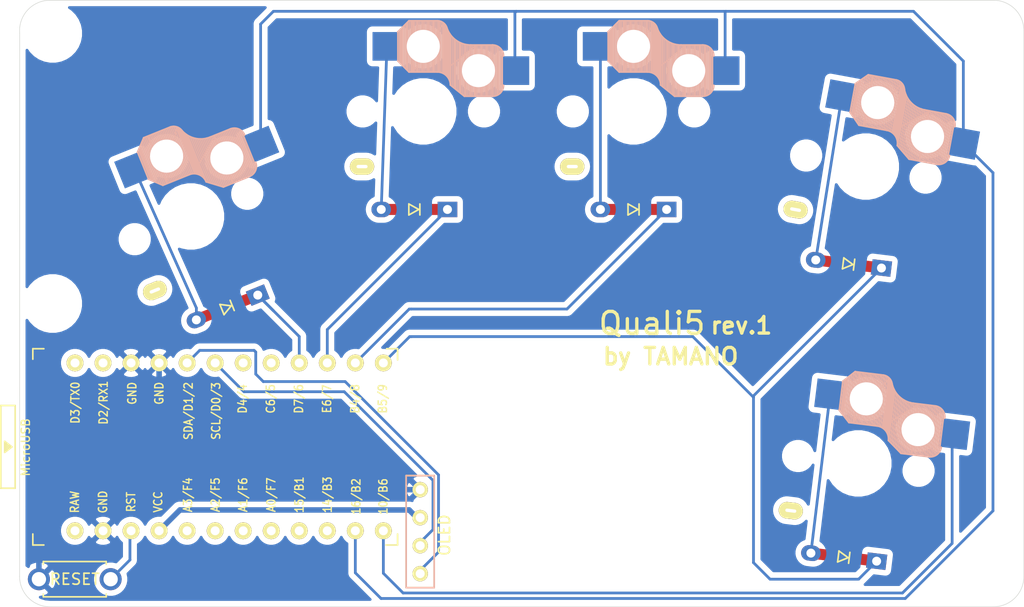
<source format=kicad_pcb>
(kicad_pcb (version 20171130) (host pcbnew "(5.1.9-0-10_14)")

  (general
    (thickness 1.6)
    (drawings 11)
    (tracks 84)
    (zones 0)
    (modules 18)
    (nets 17)
  )

  (page A4)
  (layers
    (0 F.Cu signal)
    (31 B.Cu signal)
    (32 B.Adhes user)
    (33 F.Adhes user)
    (34 B.Paste user)
    (35 F.Paste user)
    (36 B.SilkS user)
    (37 F.SilkS user)
    (38 B.Mask user)
    (39 F.Mask user)
    (40 Dwgs.User user)
    (41 Cmts.User user)
    (42 Eco1.User user)
    (43 Eco2.User user)
    (44 Edge.Cuts user)
    (45 Margin user)
    (46 B.CrtYd user)
    (47 F.CrtYd user)
    (48 B.Fab user)
    (49 F.Fab user)
  )

  (setup
    (last_trace_width 0.25)
    (trace_clearance 0.25)
    (zone_clearance 0.508)
    (zone_45_only no)
    (trace_min 0.2)
    (via_size 0.8)
    (via_drill 0.4)
    (via_min_size 0.4)
    (via_min_drill 0.3)
    (uvia_size 0.3)
    (uvia_drill 0.1)
    (uvias_allowed no)
    (uvia_min_size 0.2)
    (uvia_min_drill 0.1)
    (edge_width 0.05)
    (segment_width 0.2)
    (pcb_text_width 0.3)
    (pcb_text_size 1.5 1.5)
    (mod_edge_width 0.12)
    (mod_text_size 1 1)
    (mod_text_width 0.15)
    (pad_size 1.524 1.524)
    (pad_drill 0.762)
    (pad_to_mask_clearance 0)
    (aux_axis_origin 0 0)
    (grid_origin 114.91 139.09)
    (visible_elements FFFFFFFF)
    (pcbplotparams
      (layerselection 0x010f0_ffffffff)
      (usegerberextensions false)
      (usegerberattributes true)
      (usegerberadvancedattributes true)
      (creategerberjobfile true)
      (excludeedgelayer true)
      (linewidth 0.100000)
      (plotframeref false)
      (viasonmask false)
      (mode 1)
      (useauxorigin false)
      (hpglpennumber 1)
      (hpglpenspeed 20)
      (hpglpendiameter 15.000000)
      (psnegative false)
      (psa4output false)
      (plotreference true)
      (plotvalue true)
      (plotinvisibletext false)
      (padsonsilk false)
      (subtractmaskfromsilk false)
      (outputformat 1)
      (mirror false)
      (drillshape 0)
      (scaleselection 1)
      (outputdirectory "gerber/"))
  )

  (net 0 "")
  (net 1 "Net-(D1-Pad2)")
  (net 2 row0)
  (net 3 row1)
  (net 4 "Net-(D2-Pad2)")
  (net 5 "Net-(D3-Pad2)")
  (net 6 "Net-(D4-Pad2)")
  (net 7 "Net-(D5-Pad2)")
  (net 8 SDA)
  (net 9 SCL)
  (net 10 VCC)
  (net 11 GND)
  (net 12 RST)
  (net 13 col0)
  (net 14 col1)
  (net 15 row2)
  (net 16 row3)

  (net_class Default "This is the default net class."
    (clearance 0.25)
    (trace_width 0.25)
    (via_dia 0.8)
    (via_drill 0.4)
    (uvia_dia 0.3)
    (uvia_drill 0.1)
    (add_net "Net-(D1-Pad2)")
    (add_net "Net-(D2-Pad2)")
    (add_net "Net-(D3-Pad2)")
    (add_net "Net-(D4-Pad2)")
    (add_net "Net-(D5-Pad2)")
    (add_net RST)
    (add_net SCL)
    (add_net SDA)
    (add_net col0)
    (add_net col1)
    (add_net row0)
    (add_net row1)
    (add_net row2)
    (add_net row3)
  )

  (net_class 電源 ""
    (clearance 0.25)
    (trace_width 0.5)
    (via_dia 0.8)
    (via_drill 0.4)
    (uvia_dia 0.3)
    (uvia_drill 0.1)
    (add_net GND)
    (add_net VCC)
  )

  (module kbd:ProMicro_v3.5 (layer F.Cu) (tedit 5CC05BC0) (tstamp 60B06088)
    (at 96.41 125.59 90)
    (path /60AA1DB7)
    (fp_text reference U1 (at 0 -5 180) (layer F.SilkS) hide
      (effects (font (size 1 1) (thickness 0.15)))
    )
    (fp_text value ProMicro (at -0.1 0.05) (layer F.Fab) hide
      (effects (font (size 1 1) (thickness 0.15)))
    )
    (fp_line (start -0.15 -20.4) (end 0.15 -20.4) (layer F.SilkS) (width 0.15))
    (fp_line (start -0.25 -20.55) (end 0.25 -20.55) (layer F.SilkS) (width 0.15))
    (fp_line (start -0.35 -20.7) (end 0.35 -20.7) (layer F.SilkS) (width 0.15))
    (fp_line (start 0 -20.2) (end -0.5 -20.85) (layer F.SilkS) (width 0.15))
    (fp_line (start 0.5 -20.85) (end 0 -20.2) (layer F.SilkS) (width 0.15))
    (fp_line (start -0.5 -20.85) (end 0.5 -20.85) (layer F.SilkS) (width 0.15))
    (fp_line (start 3.75 -21.2) (end -3.75 -21.2) (layer F.SilkS) (width 0.15))
    (fp_line (start 3.75 -19.9) (end 3.75 -21.2) (layer F.SilkS) (width 0.15))
    (fp_line (start -3.75 -19.9) (end 3.75 -19.9) (layer F.SilkS) (width 0.15))
    (fp_line (start -3.75 -21.2) (end -3.75 -19.9) (layer F.SilkS) (width 0.15))
    (fp_line (start 3.76 -18.3) (end 8.9 -18.3) (layer F.Fab) (width 0.15))
    (fp_line (start -3.75 -18.3) (end 3.75 -18.3) (layer F.Fab) (width 0.15))
    (fp_line (start -3.75 -19.6) (end -3.75 -18.299039) (layer F.Fab) (width 0.15))
    (fp_line (start 3.75 -19.6) (end 3.75 -18.3) (layer F.Fab) (width 0.15))
    (fp_line (start -3.75 -19.6) (end 3.75 -19.6) (layer F.Fab) (width 0.15))
    (fp_line (start -8.9 -18.3) (end -3.75 -18.3) (layer F.Fab) (width 0.15))
    (fp_line (start 8.9 -18.3) (end 8.9 14.75) (layer F.Fab) (width 0.15))
    (fp_line (start 8.9 14.75) (end -8.9 14.75) (layer F.Fab) (width 0.15))
    (fp_line (start -8.9 14.75) (end -8.9 -18.3) (layer F.Fab) (width 0.15))
    (fp_line (start -8.9 -18.3) (end -8.9 -17.3) (layer F.SilkS) (width 0.15))
    (fp_line (start 8.9 -18.3) (end 8.9 -17.3) (layer F.SilkS) (width 0.15))
    (fp_line (start -8.9 -18.3) (end -7.9 -18.3) (layer F.SilkS) (width 0.15))
    (fp_line (start 8.9 -18.3) (end 7.95 -18.3) (layer F.SilkS) (width 0.15))
    (fp_line (start -8.9 13.7) (end -8.9 14.75) (layer F.SilkS) (width 0.15))
    (fp_line (start 8.9 13.75) (end 8.9 14.75) (layer F.SilkS) (width 0.15))
    (fp_line (start -8.9 14.75) (end -7.9 14.75) (layer F.SilkS) (width 0.15))
    (fp_line (start 8.9 14.75) (end 7.89 14.75) (layer F.SilkS) (width 0.15))
    (fp_text user MicroUSB (at -0.05 -18.95 90) (layer F.SilkS)
      (effects (font (size 0.75 0.75) (thickness 0.12)))
    )
    (fp_text user B4/8 (at 4.355 10.9 90 unlocked) (layer F.SilkS)
      (effects (font (size 0.75 0.67) (thickness 0.125)))
    )
    (fp_text user D2/RX1 (at 4.005 -11.9 90 unlocked) (layer F.SilkS)
      (effects (font (size 0.75 0.67) (thickness 0.125)))
    )
    (fp_text user B5/9 (at 4.355 13.4 90 unlocked) (layer F.SilkS)
      (effects (font (size 0.75 0.67) (thickness 0.125)))
    )
    (fp_text user C6/5 (at 4.355 3.25 90 unlocked) (layer F.SilkS)
      (effects (font (size 0.75 0.67) (thickness 0.125)))
    )
    (fp_text user SCL/D0/3 (at 3.255 -1.7 90 unlocked) (layer F.SilkS)
      (effects (font (size 0.75 0.67) (thickness 0.125)))
    )
    (fp_text user SDA/D1/2 (at 3.255 -4.2 90 unlocked) (layer F.SilkS)
      (effects (font (size 0.75 0.67) (thickness 0.125)))
    )
    (fp_text user D4/4 (at 4.355 0.7 90 unlocked) (layer F.SilkS)
      (effects (font (size 0.75 0.67) (thickness 0.125)))
    )
    (fp_text user D3/TX0 (at 4.005 -14.45 90 unlocked) (layer F.SilkS)
      (effects (font (size 0.75 0.67) (thickness 0.125)))
    )
    (fp_text user GND (at 4.855 -6.85 90 unlocked) (layer F.SilkS)
      (effects (font (size 0.75 0.67) (thickness 0.125)))
    )
    (fp_text user GND (at 4.855 -9.3 90 unlocked) (layer F.SilkS)
      (effects (font (size 0.75 0.67) (thickness 0.125)))
    )
    (fp_text user D7/6 (at 4.355 5.8 90 unlocked) (layer F.SilkS)
      (effects (font (size 0.75 0.67) (thickness 0.125)))
    )
    (fp_text user E6/7 (at 4.355 8.35 90 unlocked) (layer F.SilkS)
      (effects (font (size 0.75 0.67) (thickness 0.125)))
    )
    (fp_text user 16/B2 (at -4.5 11 90 unlocked) (layer F.SilkS)
      (effects (font (size 0.75 0.67) (thickness 0.125)))
    )
    (fp_text user 10/B6 (at -4.5 13.45 90 unlocked) (layer F.SilkS)
      (effects (font (size 0.75 0.67) (thickness 0.125)))
    )
    (fp_text user 14/B3 (at -4.345 8.4 90 unlocked) (layer F.SilkS)
      (effects (font (size 0.75 0.67) (thickness 0.125)))
    )
    (fp_text user 15/B1 (at -4.345 5.85 90 unlocked) (layer F.SilkS)
      (effects (font (size 0.75 0.67) (thickness 0.125)))
    )
    (fp_text user A0/F7 (at -4.345 3.3 90 unlocked) (layer F.SilkS)
      (effects (font (size 0.75 0.67) (thickness 0.125)))
    )
    (fp_text user A1/F6 (at -4.345 0.75 90 unlocked) (layer F.SilkS)
      (effects (font (size 0.75 0.67) (thickness 0.125)))
    )
    (fp_text user A2/F5 (at -4.345 -1.75 90 unlocked) (layer F.SilkS)
      (effects (font (size 0.75 0.67) (thickness 0.125)))
    )
    (fp_text user A3/F4 (at -4.345 -4.25 90 unlocked) (layer F.SilkS)
      (effects (font (size 0.75 0.67) (thickness 0.125)))
    )
    (fp_text user VCC (at -4.995 -6.95 90 unlocked) (layer F.SilkS)
      (effects (font (size 0.75 0.67) (thickness 0.125)))
    )
    (fp_text user RST (at -4.995 -9.4 90 unlocked) (layer F.SilkS)
      (effects (font (size 0.75 0.67) (thickness 0.125)))
    )
    (fp_text user GND (at -4.995 -11.95 90 unlocked) (layer F.SilkS)
      (effects (font (size 0.75 0.67) (thickness 0.125)))
    )
    (fp_text user RAW (at -4.995 -14.5 90 unlocked) (layer F.SilkS)
      (effects (font (size 0.75 0.67) (thickness 0.125)))
    )
    (fp_text user "" (at -0.545 -17.4 90) (layer F.SilkS)
      (effects (font (size 1 1) (thickness 0.15)))
    )
    (fp_text user "" (at -1.2515 -16.256 90) (layer B.SilkS)
      (effects (font (size 1 1) (thickness 0.15)) (justify mirror))
    )
    (pad 1 thru_hole circle (at 7.6114 -14.478 90) (size 1.524 1.524) (drill 0.8128) (layers *.Cu F.SilkS B.Mask))
    (pad 2 thru_hole circle (at 7.6114 -11.938 90) (size 1.524 1.524) (drill 0.8128) (layers *.Cu F.SilkS B.Mask))
    (pad 3 thru_hole circle (at 7.6114 -9.398 90) (size 1.524 1.524) (drill 0.8128) (layers *.Cu F.SilkS B.Mask)
      (net 11 GND))
    (pad 4 thru_hole circle (at 7.6114 -6.858 90) (size 1.524 1.524) (drill 0.8128) (layers *.Cu F.SilkS B.Mask)
      (net 11 GND))
    (pad 5 thru_hole circle (at 7.6114 -4.318 90) (size 1.524 1.524) (drill 0.8128) (layers *.Cu F.SilkS B.Mask)
      (net 8 SDA))
    (pad 6 thru_hole circle (at 7.6114 -1.778 90) (size 1.524 1.524) (drill 0.8128) (layers *.Cu F.SilkS B.Mask)
      (net 9 SCL))
    (pad 7 thru_hole circle (at 7.6114 0.762 90) (size 1.524 1.524) (drill 0.8128) (layers *.Cu F.SilkS B.Mask))
    (pad 8 thru_hole circle (at 7.6114 3.302 90) (size 1.524 1.524) (drill 0.8128) (layers *.Cu F.SilkS B.Mask))
    (pad 9 thru_hole circle (at 7.6114 5.842 90) (size 1.524 1.524) (drill 0.8128) (layers *.Cu F.SilkS B.Mask)
      (net 2 row0))
    (pad 10 thru_hole circle (at 7.6114 8.382 90) (size 1.524 1.524) (drill 0.8128) (layers *.Cu F.SilkS B.Mask)
      (net 3 row1))
    (pad 11 thru_hole circle (at 7.6114 10.922 90) (size 1.524 1.524) (drill 0.8128) (layers *.Cu F.SilkS B.Mask)
      (net 15 row2))
    (pad 12 thru_hole circle (at 7.6114 13.462 90) (size 1.524 1.524) (drill 0.8128) (layers *.Cu F.SilkS B.Mask)
      (net 16 row3))
    (pad 13 thru_hole circle (at -7.6086 13.462 90) (size 1.524 1.524) (drill 0.8128) (layers *.Cu F.SilkS B.Mask)
      (net 14 col1))
    (pad 14 thru_hole circle (at -7.6086 10.922 90) (size 1.524 1.524) (drill 0.8128) (layers *.Cu F.SilkS B.Mask)
      (net 13 col0))
    (pad 15 thru_hole circle (at -7.6086 8.382 90) (size 1.524 1.524) (drill 0.8128) (layers *.Cu F.SilkS B.Mask))
    (pad 16 thru_hole circle (at -7.6086 5.842 90) (size 1.524 1.524) (drill 0.8128) (layers *.Cu F.SilkS B.Mask))
    (pad 17 thru_hole circle (at -7.6086 3.302 90) (size 1.524 1.524) (drill 0.8128) (layers *.Cu F.SilkS B.Mask))
    (pad 18 thru_hole circle (at -7.6086 0.762 90) (size 1.524 1.524) (drill 0.8128) (layers *.Cu F.SilkS B.Mask))
    (pad 19 thru_hole circle (at -7.6086 -1.778 90) (size 1.524 1.524) (drill 0.8128) (layers *.Cu F.SilkS B.Mask))
    (pad 20 thru_hole circle (at -7.6086 -4.318 90) (size 1.524 1.524) (drill 0.8128) (layers *.Cu F.SilkS B.Mask))
    (pad 21 thru_hole circle (at -7.6086 -6.858 90) (size 1.524 1.524) (drill 0.8128) (layers *.Cu F.SilkS B.Mask)
      (net 10 VCC))
    (pad 22 thru_hole circle (at -7.6086 -9.398 90) (size 1.524 1.524) (drill 0.8128) (layers *.Cu F.SilkS B.Mask)
      (net 12 RST))
    (pad 23 thru_hole circle (at -7.6086 -11.938 90) (size 1.524 1.524) (drill 0.8128) (layers *.Cu F.SilkS B.Mask)
      (net 11 GND))
    (pad 24 thru_hole circle (at -7.6086 -14.478 90) (size 1.524 1.524) (drill 0.8128) (layers *.Cu F.SilkS B.Mask))
  )

  (module kbd:D3_TH (layer F.Cu) (tedit 5F85C08E) (tstamp 60B05DE3)
    (at 132.54 104.06 180)
    (descr "Resitance 3 pas")
    (tags R)
    (path /60AAE914)
    (autoplace_cost180 10)
    (fp_text reference D3 (at 0.55 0 180) (layer F.Fab) hide
      (effects (font (size 0.5 0.5) (thickness 0.125)))
    )
    (fp_text value D_Small (at -0.55 0 180) (layer F.Fab) hide
      (effects (font (size 0.5 0.5) (thickness 0.125)))
    )
    (fp_line (start -0.5 -0.5) (end -0.5 0.5) (layer F.SilkS) (width 0.15))
    (fp_line (start 0.5 0.5) (end -0.4 0) (layer F.SilkS) (width 0.15))
    (fp_line (start 0.5 -0.5) (end 0.5 0.5) (layer F.SilkS) (width 0.15))
    (fp_line (start -0.4 0) (end 0.5 -0.5) (layer F.SilkS) (width 0.15))
    (pad 2 smd rect (at 1.775 0) (size 1.4 1) (layers F.Cu F.Paste F.Mask)
      (net 5 "Net-(D3-Pad2)"))
    (pad 1 smd rect (at -1.775 0) (size 1.4 1) (layers F.Cu F.Paste F.Mask)
      (net 15 row2))
    (pad 2 thru_hole oval (at 3 0 180) (size 1.778 1.397) (drill 0.8128) (layers *.Cu B.Mask)
      (net 5 "Net-(D3-Pad2)"))
    (pad 1 thru_hole rect (at -3 0 180) (size 1.778 1.397) (drill 0.8128) (layers *.Cu B.Mask)
      (net 15 row2))
    (model Diodes_SMD.3dshapes/SMB_Handsoldering.wrl
      (at (xyz 0 0 0))
      (scale (xyz 0.22 0.15 0.15))
      (rotate (xyz 0 0 180))
    )
    (model "/Users/foostan/src/github.com/foostan/kbd/kicad-packages3D/kbd.3dshapes/D_SOD-123 Soldered.step"
      (at (xyz 0 0 0))
      (scale (xyz 1 1 1))
      (rotate (xyz 0 0 0))
    )
    (model /Users/foostan/src/github.com/foostan/kbd/kicad-packages3D/kbd.3dshapes/D_SOD-123.step
      (at (xyz 0 0 0))
      (scale (xyz 1 1 1))
      (rotate (xyz 0 0 0))
    )
  )

  (module kbd:M2_HOLE_v2 (layer F.Cu) (tedit 5F7666A4) (tstamp 60B132E0)
    (at 118.41 133.59)
    (descr "Mounting Hole 2.2mm, no annular, M2")
    (tags "mounting hole 2.2mm no annular m2")
    (attr virtual)
    (fp_text reference Ref** (at -0.95 -0.55) (layer F.Fab) hide
      (effects (font (size 1 1) (thickness 0.15)))
    )
    (fp_text value Val** (at 0 0.55) (layer F.Fab) hide
      (effects (font (size 1 1) (thickness 0.15)))
    )
    (pad "" np_thru_hole circle (at 0 0) (size 4.3 4.3) (drill 4.3) (layers *.Cu *.Mask))
  )

  (module kbd:M2_HOLE_v2 (layer F.Cu) (tedit 5F7666A4) (tstamp 60B132D8)
    (at 164.91 137.09)
    (descr "Mounting Hole 2.2mm, no annular, M2")
    (tags "mounting hole 2.2mm no annular m2")
    (attr virtual)
    (fp_text reference Ref** (at -0.95 -0.55) (layer F.Fab) hide
      (effects (font (size 1 1) (thickness 0.15)))
    )
    (fp_text value Val** (at 0 0.55) (layer F.Fab) hide
      (effects (font (size 1 1) (thickness 0.15)))
    )
    (pad "" np_thru_hole circle (at 0 0) (size 4.3 4.3) (drill 4.3) (layers *.Cu *.Mask))
  )

  (module kbd:M2_HOLE_v2 (layer F.Cu) (tedit 5F7666A4) (tstamp 60B132D0)
    (at 164.91 88.09)
    (descr "Mounting Hole 2.2mm, no annular, M2")
    (tags "mounting hole 2.2mm no annular m2")
    (attr virtual)
    (fp_text reference Ref** (at -0.95 -0.55) (layer F.Fab) hide
      (effects (font (size 1 1) (thickness 0.15)))
    )
    (fp_text value Val** (at 0 0.55) (layer F.Fab) hide
      (effects (font (size 1 1) (thickness 0.15)))
    )
    (pad "" np_thru_hole circle (at 0 0) (size 4.3 4.3) (drill 4.3) (layers *.Cu *.Mask))
  )

  (module kbd:M2_HOLE_v2 (layer F.Cu) (tedit 5F7666A4) (tstamp 60B132CE)
    (at 79.91 112.59)
    (descr "Mounting Hole 2.2mm, no annular, M2")
    (tags "mounting hole 2.2mm no annular m2")
    (attr virtual)
    (fp_text reference Ref** (at -0.95 -0.55) (layer F.Fab) hide
      (effects (font (size 1 1) (thickness 0.15)))
    )
    (fp_text value Val** (at 0 0.55) (layer F.Fab) hide
      (effects (font (size 1 1) (thickness 0.15)))
    )
    (pad "" np_thru_hole circle (at 0 0) (size 4.3 4.3) (drill 4.3) (layers *.Cu *.Mask))
  )

  (module kbd:M2_HOLE_v2 (layer F.Cu) (tedit 5F7666A4) (tstamp 60B132A8)
    (at 79.91 88.09)
    (descr "Mounting Hole 2.2mm, no annular, M2")
    (tags "mounting hole 2.2mm no annular m2")
    (attr virtual)
    (fp_text reference Ref** (at -0.95 -0.55) (layer F.Fab) hide
      (effects (font (size 1 1) (thickness 0.15)))
    )
    (fp_text value Val** (at 0 0.55) (layer F.Fab) hide
      (effects (font (size 1 1) (thickness 0.15)))
    )
    (pad "" np_thru_hole circle (at 0 0) (size 4.3 4.3) (drill 4.3) (layers *.Cu *.Mask))
  )

  (module kbd:ChocV1_V2_Hotswap (layer F.Cu) (tedit 60090092) (tstamp 60B05E86)
    (at 92.44 104.695 202)
    (path /60AA4A69)
    (fp_text reference SW2 (at -6.85 -8.45 22) (layer F.SilkS) hide
      (effects (font (size 1 1) (thickness 0.15)))
    )
    (fp_text value SW_PUSH (at 4.95 -8.6 22) (layer F.Fab) hide
      (effects (font (size 1 1) (thickness 0.15)))
    )
    (fp_line (start 2.15 7.35) (end 2.15 4.45) (layer B.SilkS) (width 0.15))
    (fp_line (start 2.05 7.45) (end 2.05 4.35) (layer B.SilkS) (width 0.15))
    (fp_line (start 1.95 7.55) (end 1.95 4.25) (layer B.SilkS) (width 0.15))
    (fp_line (start 1.85 7.65) (end 1.85 4.15) (layer B.SilkS) (width 0.15))
    (fp_line (start 1.7 7.8) (end 1.7 4) (layer B.SilkS) (width 0.15))
    (fp_line (start 1.55 7.95) (end 1.55 3.85) (layer B.SilkS) (width 0.15))
    (fp_line (start 1.4 8.1) (end 1.4 3.7) (layer B.SilkS) (width 0.15))
    (fp_line (start 1.25 8.2) (end 1.25 3.6) (layer B.SilkS) (width 0.15))
    (fp_line (start 1.1 8.2) (end 1.1 3.6) (layer B.SilkS) (width 0.15))
    (fp_line (start 0.95 8.2) (end 0.95 3.6) (layer B.SilkS) (width 0.15))
    (fp_line (start 0.8 8.2) (end 0.8 3.6) (layer B.SilkS) (width 0.15))
    (fp_line (start 0.65 8.2) (end 0.65 3.6) (layer B.SilkS) (width 0.15))
    (fp_line (start 0.5 8.2) (end 0.5 3.6) (layer B.SilkS) (width 0.15))
    (fp_line (start 0.35 8.2) (end 0.35 3.6) (layer B.SilkS) (width 0.15))
    (fp_line (start 0.2 8.2) (end 0.2 3.6) (layer B.SilkS) (width 0.15))
    (fp_line (start 0.05 8.2) (end 0.05 3.6) (layer B.SilkS) (width 0.15))
    (fp_line (start -0.1 8.2) (end -0.1 3.6) (layer B.SilkS) (width 0.15))
    (fp_line (start -0.25 8.2) (end -0.25 3.6) (layer B.SilkS) (width 0.15))
    (fp_line (start -0.4 8.2) (end -0.4 3.6) (layer B.SilkS) (width 0.15))
    (fp_line (start -0.55 8.2) (end -0.55 3.6) (layer B.SilkS) (width 0.15))
    (fp_line (start -0.7 8.2) (end -0.7 3.6) (layer B.SilkS) (width 0.15))
    (fp_line (start -0.85 8.2) (end -0.85 3.6) (layer B.SilkS) (width 0.15))
    (fp_line (start -1 8.2) (end -1 3.6) (layer B.SilkS) (width 0.15))
    (fp_line (start -1.15 8.2) (end -1.15 3.65) (layer B.SilkS) (width 0.15))
    (fp_line (start -1.3 8.2) (end -1.3 3.6) (layer B.SilkS) (width 0.15))
    (fp_line (start -1.45 8.2) (end -1.45 3.6) (layer B.SilkS) (width 0.15))
    (fp_line (start -1.6 8.15) (end -1.6 3.6) (layer B.SilkS) (width 0.15))
    (fp_line (start -1.75 8.05) (end -1.75 3.5) (layer B.SilkS) (width 0.15))
    (fp_line (start -1.9 7.95) (end -1.9 3.45) (layer B.SilkS) (width 0.15))
    (fp_line (start -2 7.8) (end -2 3.4) (layer B.SilkS) (width 0.15))
    (fp_line (start -2.1 7.55) (end -2.1 3.35) (layer B.SilkS) (width 0.15))
    (fp_line (start -2.2 7.4) (end -2.2 3.25) (layer B.SilkS) (width 0.15))
    (fp_line (start -2.3 7.2) (end -2.3 3.05) (layer B.SilkS) (width 0.15))
    (fp_line (start -2.4 7.05) (end -2.4 2.9) (layer B.SilkS) (width 0.15))
    (fp_line (start -2.5 6.85) (end -2.5 2.4) (layer B.SilkS) (width 0.15))
    (fp_line (start -2.65 6.7) (end -2.65 2.25) (layer B.SilkS) (width 0.15))
    (fp_line (start -2.8 6.55) (end -2.8 2.15) (layer B.SilkS) (width 0.15))
    (fp_line (start -2.95 6.45) (end -2.95 2.05) (layer B.SilkS) (width 0.15))
    (fp_line (start -3.1 6.35) (end -3.1 1.9) (layer B.SilkS) (width 0.15))
    (fp_line (start -3.25 6.25) (end -3.25 1.8) (layer B.SilkS) (width 0.15))
    (fp_line (start -3.4 6.2) (end -3.4 1.65) (layer B.SilkS) (width 0.15))
    (fp_line (start -3.55 6.1) (end -3.55 1.55) (layer B.SilkS) (width 0.15))
    (fp_line (start -3.7 6.05) (end -3.7 1.45) (layer B.SilkS) (width 0.15))
    (fp_line (start -3.85 6.05) (end -3.85 1.4) (layer B.SilkS) (width 0.15))
    (fp_line (start -4 6.05) (end -4 1.4) (layer B.SilkS) (width 0.15))
    (fp_line (start -4.15 6) (end -4.15 1.45) (layer B.SilkS) (width 0.15))
    (fp_line (start -4.3 6) (end -4.3 1.4) (layer B.SilkS) (width 0.15))
    (fp_line (start -4.45 6) (end -4.45 1.4) (layer B.SilkS) (width 0.15))
    (fp_line (start -4.6 6) (end -4.6 1.4) (layer B.SilkS) (width 0.15))
    (fp_line (start -4.75 6) (end -4.75 1.4) (layer B.SilkS) (width 0.15))
    (fp_line (start -4.9 6) (end -4.9 1.4) (layer B.SilkS) (width 0.15))
    (fp_line (start -5.05 6) (end -5.05 1.4) (layer B.SilkS) (width 0.15))
    (fp_line (start -5.2 6) (end -5.2 1.4) (layer B.SilkS) (width 0.15))
    (fp_line (start -5.35 6) (end -5.35 1.4) (layer B.SilkS) (width 0.15))
    (fp_line (start -5.5 6) (end -5.5 1.4) (layer B.SilkS) (width 0.15))
    (fp_line (start -5.65 6) (end -5.65 1.4) (layer B.SilkS) (width 0.15))
    (fp_line (start -5.8 6) (end -5.8 1.4) (layer B.SilkS) (width 0.15))
    (fp_line (start -5.95 6) (end -5.95 1.4) (layer B.SilkS) (width 0.15))
    (fp_line (start -6.1 6) (end -6.1 1.4) (layer B.SilkS) (width 0.15))
    (fp_line (start -6.25 6) (end -6.25 1.4) (layer B.SilkS) (width 0.15))
    (fp_line (start -6.4 6) (end -6.4 1.45) (layer B.SilkS) (width 0.15))
    (fp_line (start -6.55 5.95) (end -6.55 1.45) (layer B.SilkS) (width 0.15))
    (fp_line (start -6.7 5.9) (end -6.7 1.5) (layer B.SilkS) (width 0.15))
    (fp_line (start -6.85 5.8) (end -6.85 1.6) (layer B.SilkS) (width 0.15))
    (fp_line (start -7 5.7) (end -7 1.7) (layer B.SilkS) (width 0.15))
    (fp_line (start -7.15 5.5) (end -7.15 1.9) (layer B.SilkS) (width 0.15))
    (fp_line (start -3.725 1.375) (end -2.45 2.4) (layer B.SilkS) (width 0.15))
    (fp_line (start 1.3 3.575) (end 2.325 4.6) (layer B.SilkS) (width 0.15))
    (fp_line (start 1.3 8.225) (end 2.325 7.2) (layer B.SilkS) (width 0.15))
    (fp_line (start 7 -7) (end 6 -7) (layer Dwgs.User) (width 0.15))
    (fp_line (start 7 -6) (end 7 -7) (layer Dwgs.User) (width 0.15))
    (fp_line (start -7 -7) (end -6 -7) (layer Dwgs.User) (width 0.15))
    (fp_line (start -7 -6) (end -7 -7) (layer Dwgs.User) (width 0.15))
    (fp_line (start 7 7) (end 7 6) (layer Dwgs.User) (width 0.15))
    (fp_line (start 6 7) (end 7 7) (layer Dwgs.User) (width 0.15))
    (fp_line (start -7 7) (end -7 6) (layer Dwgs.User) (width 0.15))
    (fp_line (start -6 7) (end -7 7) (layer Dwgs.User) (width 0.15))
    (fp_line (start 2.3 4.575) (end 2.3 7.225) (layer B.SilkS) (width 0.15))
    (fp_line (start -4.3 6.025) (end -6.275 6.025) (layer B.SilkS) (width 0.15))
    (fp_line (start -3.725 1.375) (end -6.275 1.375) (layer B.SilkS) (width 0.15))
    (fp_line (start 1.3 3.575) (end -1.275 3.575) (layer B.SilkS) (width 0.15))
    (fp_line (start 1.3 8.225) (end -1.3 8.225) (layer B.SilkS) (width 0.15))
    (fp_line (start -9.525 -9.525) (end 9.525 -9.525) (layer Dwgs.User) (width 0.15))
    (fp_line (start 9.525 -9.525) (end 9.525 9.525) (layer Dwgs.User) (width 0.15))
    (fp_line (start 9.525 9.525) (end -9.525 9.525) (layer Dwgs.User) (width 0.15))
    (fp_line (start -9.525 9.525) (end -9.525 -9.525) (layer Dwgs.User) (width 0.15))
    (fp_line (start 0.9 8.1) (end 0.9 3.65) (layer B.SilkS) (width 0.12))
    (fp_line (start 0.9 3.65) (end -1.8 7.95) (layer B.SilkS) (width 0.12))
    (fp_line (start -1.8 7.95) (end -1.8 3.6) (layer B.SilkS) (width 0.12))
    (fp_line (start -1.8 3.6) (end -4.65 5.9) (layer B.SilkS) (width 0.12))
    (fp_line (start -4.65 5.9) (end -4.65 1.4) (layer B.SilkS) (width 0.12))
    (fp_arc (start -1.275 2.4) (end -1.275 3.575) (angle 90) (layer B.SilkS) (width 0.15))
    (fp_arc (start -4.3 8.3) (end -4.3 6.025) (angle 70) (layer B.SilkS) (width 0.15))
    (fp_arc (start -6.275 2.375) (end -7.275 2.375) (angle 90) (layer B.SilkS) (width 0.15))
    (fp_arc (start -6.275 5.025) (end -7.275 5.025) (angle -90) (layer B.SilkS) (width 0.15))
    (fp_arc (start -1.262199 7.296904) (end -2.162199 7.521904) (angle -73.56696737) (layer B.SilkS) (width 0.15))
    (pad "" np_thru_hole circle (at 5.5 0 292) (size 1.9 1.9) (drill 1.9) (layers *.Cu))
    (pad "" np_thru_hole circle (at -5.5 0 292) (size 1.9 1.9) (drill 1.9) (layers *.Cu))
    (pad "" np_thru_hole circle (at 0 0 292) (size 5 5) (drill 5) (layers *.Cu))
    (pad "" np_thru_hole circle (at 0 5.9 292) (size 3 3) (drill 3) (layers *.Cu *.Mask))
    (pad "" np_thru_hole circle (at -5 3.7 292) (size 3 3) (drill 3) (layers *.Cu *.Mask))
    (pad 2 smd rect (at 3.3 5.9 22) (size 2.6 2.6) (layers B.Cu B.Paste B.Mask)
      (net 1 "Net-(D1-Pad2)"))
    (pad 1 smd rect (at -8.3 3.7 22) (size 2.6 2.6) (layers B.Cu B.Paste B.Mask)
      (net 13 col0))
    (pad "" thru_hole oval (at 5.55 -5 22) (size 2.2 1.5) (drill oval 1 0.3) (layers *.Cu F.SilkS B.Mask))
  )

  (module kbd:ChocV1_V2_Hotswap (layer F.Cu) (tedit 60090092) (tstamp 60B06036)
    (at 152.91 127.09 173)
    (path /60AA757B)
    (fp_text reference SW6 (at -6.85 -8.45 173) (layer F.SilkS) hide
      (effects (font (size 1 1) (thickness 0.15)))
    )
    (fp_text value SW_PUSH (at 4.95 -8.6 173) (layer F.Fab) hide
      (effects (font (size 1 1) (thickness 0.15)))
    )
    (fp_line (start 2.15 7.35) (end 2.15 4.45) (layer B.SilkS) (width 0.15))
    (fp_line (start 2.05 7.45) (end 2.05 4.35) (layer B.SilkS) (width 0.15))
    (fp_line (start 1.95 7.55) (end 1.95 4.25) (layer B.SilkS) (width 0.15))
    (fp_line (start 1.85 7.65) (end 1.85 4.15) (layer B.SilkS) (width 0.15))
    (fp_line (start 1.7 7.8) (end 1.7 4) (layer B.SilkS) (width 0.15))
    (fp_line (start 1.55 7.95) (end 1.55 3.85) (layer B.SilkS) (width 0.15))
    (fp_line (start 1.4 8.1) (end 1.4 3.7) (layer B.SilkS) (width 0.15))
    (fp_line (start 1.25 8.2) (end 1.25 3.6) (layer B.SilkS) (width 0.15))
    (fp_line (start 1.1 8.2) (end 1.1 3.6) (layer B.SilkS) (width 0.15))
    (fp_line (start 0.95 8.2) (end 0.95 3.6) (layer B.SilkS) (width 0.15))
    (fp_line (start 0.8 8.2) (end 0.8 3.6) (layer B.SilkS) (width 0.15))
    (fp_line (start 0.65 8.2) (end 0.65 3.6) (layer B.SilkS) (width 0.15))
    (fp_line (start 0.5 8.2) (end 0.5 3.6) (layer B.SilkS) (width 0.15))
    (fp_line (start 0.35 8.2) (end 0.35 3.6) (layer B.SilkS) (width 0.15))
    (fp_line (start 0.2 8.2) (end 0.2 3.6) (layer B.SilkS) (width 0.15))
    (fp_line (start 0.05 8.2) (end 0.05 3.6) (layer B.SilkS) (width 0.15))
    (fp_line (start -0.1 8.2) (end -0.1 3.6) (layer B.SilkS) (width 0.15))
    (fp_line (start -0.25 8.2) (end -0.25 3.6) (layer B.SilkS) (width 0.15))
    (fp_line (start -0.4 8.2) (end -0.4 3.6) (layer B.SilkS) (width 0.15))
    (fp_line (start -0.55 8.2) (end -0.55 3.6) (layer B.SilkS) (width 0.15))
    (fp_line (start -0.7 8.2) (end -0.7 3.6) (layer B.SilkS) (width 0.15))
    (fp_line (start -0.85 8.2) (end -0.85 3.6) (layer B.SilkS) (width 0.15))
    (fp_line (start -1 8.2) (end -1 3.6) (layer B.SilkS) (width 0.15))
    (fp_line (start -1.15 8.2) (end -1.15 3.65) (layer B.SilkS) (width 0.15))
    (fp_line (start -1.3 8.2) (end -1.3 3.6) (layer B.SilkS) (width 0.15))
    (fp_line (start -1.45 8.2) (end -1.45 3.6) (layer B.SilkS) (width 0.15))
    (fp_line (start -1.6 8.15) (end -1.6 3.6) (layer B.SilkS) (width 0.15))
    (fp_line (start -1.75 8.05) (end -1.75 3.5) (layer B.SilkS) (width 0.15))
    (fp_line (start -1.9 7.95) (end -1.9 3.45) (layer B.SilkS) (width 0.15))
    (fp_line (start -2 7.8) (end -2 3.4) (layer B.SilkS) (width 0.15))
    (fp_line (start -2.1 7.55) (end -2.1 3.35) (layer B.SilkS) (width 0.15))
    (fp_line (start -2.2 7.4) (end -2.2 3.25) (layer B.SilkS) (width 0.15))
    (fp_line (start -2.3 7.2) (end -2.3 3.05) (layer B.SilkS) (width 0.15))
    (fp_line (start -2.4 7.05) (end -2.4 2.9) (layer B.SilkS) (width 0.15))
    (fp_line (start -2.5 6.85) (end -2.5 2.4) (layer B.SilkS) (width 0.15))
    (fp_line (start -2.65 6.7) (end -2.65 2.25) (layer B.SilkS) (width 0.15))
    (fp_line (start -2.8 6.55) (end -2.8 2.15) (layer B.SilkS) (width 0.15))
    (fp_line (start -2.95 6.45) (end -2.95 2.05) (layer B.SilkS) (width 0.15))
    (fp_line (start -3.1 6.35) (end -3.1 1.9) (layer B.SilkS) (width 0.15))
    (fp_line (start -3.25 6.25) (end -3.25 1.8) (layer B.SilkS) (width 0.15))
    (fp_line (start -3.4 6.2) (end -3.4 1.65) (layer B.SilkS) (width 0.15))
    (fp_line (start -3.55 6.1) (end -3.55 1.55) (layer B.SilkS) (width 0.15))
    (fp_line (start -3.7 6.05) (end -3.7 1.45) (layer B.SilkS) (width 0.15))
    (fp_line (start -3.85 6.05) (end -3.85 1.4) (layer B.SilkS) (width 0.15))
    (fp_line (start -4 6.05) (end -4 1.4) (layer B.SilkS) (width 0.15))
    (fp_line (start -4.15 6) (end -4.15 1.45) (layer B.SilkS) (width 0.15))
    (fp_line (start -4.3 6) (end -4.3 1.4) (layer B.SilkS) (width 0.15))
    (fp_line (start -4.45 6) (end -4.45 1.4) (layer B.SilkS) (width 0.15))
    (fp_line (start -4.6 6) (end -4.6 1.4) (layer B.SilkS) (width 0.15))
    (fp_line (start -4.75 6) (end -4.75 1.4) (layer B.SilkS) (width 0.15))
    (fp_line (start -4.9 6) (end -4.9 1.4) (layer B.SilkS) (width 0.15))
    (fp_line (start -5.05 6) (end -5.05 1.4) (layer B.SilkS) (width 0.15))
    (fp_line (start -5.2 6) (end -5.2 1.4) (layer B.SilkS) (width 0.15))
    (fp_line (start -5.35 6) (end -5.35 1.4) (layer B.SilkS) (width 0.15))
    (fp_line (start -5.5 6) (end -5.5 1.4) (layer B.SilkS) (width 0.15))
    (fp_line (start -5.65 6) (end -5.65 1.4) (layer B.SilkS) (width 0.15))
    (fp_line (start -5.8 6) (end -5.8 1.4) (layer B.SilkS) (width 0.15))
    (fp_line (start -5.95 6) (end -5.95 1.4) (layer B.SilkS) (width 0.15))
    (fp_line (start -6.1 6) (end -6.1 1.4) (layer B.SilkS) (width 0.15))
    (fp_line (start -6.25 6) (end -6.25 1.4) (layer B.SilkS) (width 0.15))
    (fp_line (start -6.4 6) (end -6.4 1.45) (layer B.SilkS) (width 0.15))
    (fp_line (start -6.55 5.95) (end -6.55 1.45) (layer B.SilkS) (width 0.15))
    (fp_line (start -6.7 5.9) (end -6.7 1.5) (layer B.SilkS) (width 0.15))
    (fp_line (start -6.85 5.8) (end -6.85 1.6) (layer B.SilkS) (width 0.15))
    (fp_line (start -7 5.7) (end -7 1.7) (layer B.SilkS) (width 0.15))
    (fp_line (start -7.15 5.5) (end -7.15 1.9) (layer B.SilkS) (width 0.15))
    (fp_line (start -3.725 1.375) (end -2.45 2.4) (layer B.SilkS) (width 0.15))
    (fp_line (start 1.3 3.575) (end 2.325 4.6) (layer B.SilkS) (width 0.15))
    (fp_line (start 1.3 8.225) (end 2.325 7.2) (layer B.SilkS) (width 0.15))
    (fp_line (start 7 -7) (end 6 -7) (layer Dwgs.User) (width 0.15))
    (fp_line (start 7 -6) (end 7 -7) (layer Dwgs.User) (width 0.15))
    (fp_line (start -7 -7) (end -6 -7) (layer Dwgs.User) (width 0.15))
    (fp_line (start -7 -6) (end -7 -7) (layer Dwgs.User) (width 0.15))
    (fp_line (start 7 7) (end 7 6) (layer Dwgs.User) (width 0.15))
    (fp_line (start 6 7) (end 7 7) (layer Dwgs.User) (width 0.15))
    (fp_line (start -7 7) (end -7 6) (layer Dwgs.User) (width 0.15))
    (fp_line (start -6 7) (end -7 7) (layer Dwgs.User) (width 0.15))
    (fp_line (start 2.3 4.575) (end 2.3 7.225) (layer B.SilkS) (width 0.15))
    (fp_line (start -4.3 6.025) (end -6.275 6.025) (layer B.SilkS) (width 0.15))
    (fp_line (start -3.725 1.375) (end -6.275 1.375) (layer B.SilkS) (width 0.15))
    (fp_line (start 1.3 3.575) (end -1.275 3.575) (layer B.SilkS) (width 0.15))
    (fp_line (start 1.3 8.225) (end -1.3 8.225) (layer B.SilkS) (width 0.15))
    (fp_line (start -9.525 -9.525) (end 9.525 -9.525) (layer Dwgs.User) (width 0.15))
    (fp_line (start 9.525 -9.525) (end 9.525 9.525) (layer Dwgs.User) (width 0.15))
    (fp_line (start 9.525 9.525) (end -9.525 9.525) (layer Dwgs.User) (width 0.15))
    (fp_line (start -9.525 9.525) (end -9.525 -9.525) (layer Dwgs.User) (width 0.15))
    (fp_line (start 0.9 8.1) (end 0.9 3.65) (layer B.SilkS) (width 0.12))
    (fp_line (start 0.9 3.65) (end -1.8 7.95) (layer B.SilkS) (width 0.12))
    (fp_line (start -1.8 7.95) (end -1.8 3.6) (layer B.SilkS) (width 0.12))
    (fp_line (start -1.8 3.6) (end -4.65 5.9) (layer B.SilkS) (width 0.12))
    (fp_line (start -4.65 5.9) (end -4.65 1.4) (layer B.SilkS) (width 0.12))
    (fp_arc (start -1.275 2.4) (end -1.275 3.575) (angle 90) (layer B.SilkS) (width 0.15))
    (fp_arc (start -4.3 8.3) (end -4.3 6.025) (angle 70) (layer B.SilkS) (width 0.15))
    (fp_arc (start -6.275 2.375) (end -7.275 2.375) (angle 90) (layer B.SilkS) (width 0.15))
    (fp_arc (start -6.275 5.025) (end -7.275 5.025) (angle -90) (layer B.SilkS) (width 0.15))
    (fp_arc (start -1.262199 7.296904) (end -2.162199 7.521904) (angle -73.56696737) (layer B.SilkS) (width 0.15))
    (pad "" np_thru_hole circle (at 5.5 0 263) (size 1.9 1.9) (drill 1.9) (layers *.Cu))
    (pad "" np_thru_hole circle (at -5.5 0 263) (size 1.9 1.9) (drill 1.9) (layers *.Cu))
    (pad "" np_thru_hole circle (at 0 0 263) (size 5 5) (drill 5) (layers *.Cu))
    (pad "" np_thru_hole circle (at 0 5.9 263) (size 3 3) (drill 3) (layers *.Cu *.Mask))
    (pad "" np_thru_hole circle (at -5 3.7 263) (size 3 3) (drill 3) (layers *.Cu *.Mask))
    (pad 2 smd rect (at 3.3 5.9 353) (size 2.6 2.6) (layers B.Cu B.Paste B.Mask)
      (net 7 "Net-(D5-Pad2)"))
    (pad 1 smd rect (at -8.3 3.7 353) (size 2.6 2.6) (layers B.Cu B.Paste B.Mask)
      (net 14 col1))
    (pad "" thru_hole oval (at 5.55 -5 353) (size 2.2 1.5) (drill oval 1 0.3) (layers *.Cu F.SilkS B.Mask))
  )

  (module kbd:ChocV1_V2_Hotswap (layer F.Cu) (tedit 60090092) (tstamp 60B05EF2)
    (at 113.49 95.17 180)
    (path /60AA4F55)
    (fp_text reference SW3 (at -6.85 -8.45) (layer F.SilkS) hide
      (effects (font (size 1 1) (thickness 0.15)))
    )
    (fp_text value SW_PUSH (at 4.95 -8.6) (layer F.Fab) hide
      (effects (font (size 1 1) (thickness 0.15)))
    )
    (fp_line (start -4.65 5.9) (end -4.65 1.4) (layer B.SilkS) (width 0.12))
    (fp_line (start -1.8 3.6) (end -4.65 5.9) (layer B.SilkS) (width 0.12))
    (fp_line (start -1.8 7.95) (end -1.8 3.6) (layer B.SilkS) (width 0.12))
    (fp_line (start 0.9 3.65) (end -1.8 7.95) (layer B.SilkS) (width 0.12))
    (fp_line (start 0.9 8.1) (end 0.9 3.65) (layer B.SilkS) (width 0.12))
    (fp_line (start -9.525 9.525) (end -9.525 -9.525) (layer Dwgs.User) (width 0.15))
    (fp_line (start 9.525 9.525) (end -9.525 9.525) (layer Dwgs.User) (width 0.15))
    (fp_line (start 9.525 -9.525) (end 9.525 9.525) (layer Dwgs.User) (width 0.15))
    (fp_line (start -9.525 -9.525) (end 9.525 -9.525) (layer Dwgs.User) (width 0.15))
    (fp_line (start 1.3 8.225) (end -1.3 8.225) (layer B.SilkS) (width 0.15))
    (fp_line (start 1.3 3.575) (end -1.275 3.575) (layer B.SilkS) (width 0.15))
    (fp_line (start -3.725 1.375) (end -6.275 1.375) (layer B.SilkS) (width 0.15))
    (fp_line (start -4.3 6.025) (end -6.275 6.025) (layer B.SilkS) (width 0.15))
    (fp_line (start 2.3 4.575) (end 2.3 7.225) (layer B.SilkS) (width 0.15))
    (fp_line (start -6 7) (end -7 7) (layer Dwgs.User) (width 0.15))
    (fp_line (start -7 7) (end -7 6) (layer Dwgs.User) (width 0.15))
    (fp_line (start 6 7) (end 7 7) (layer Dwgs.User) (width 0.15))
    (fp_line (start 7 7) (end 7 6) (layer Dwgs.User) (width 0.15))
    (fp_line (start -7 -6) (end -7 -7) (layer Dwgs.User) (width 0.15))
    (fp_line (start -7 -7) (end -6 -7) (layer Dwgs.User) (width 0.15))
    (fp_line (start 7 -6) (end 7 -7) (layer Dwgs.User) (width 0.15))
    (fp_line (start 7 -7) (end 6 -7) (layer Dwgs.User) (width 0.15))
    (fp_line (start 1.3 8.225) (end 2.325 7.2) (layer B.SilkS) (width 0.15))
    (fp_line (start 1.3 3.575) (end 2.325 4.6) (layer B.SilkS) (width 0.15))
    (fp_line (start -3.725 1.375) (end -2.45 2.4) (layer B.SilkS) (width 0.15))
    (fp_line (start -7.15 5.5) (end -7.15 1.9) (layer B.SilkS) (width 0.15))
    (fp_line (start -7 5.7) (end -7 1.7) (layer B.SilkS) (width 0.15))
    (fp_line (start -6.85 5.8) (end -6.85 1.6) (layer B.SilkS) (width 0.15))
    (fp_line (start -6.7 5.9) (end -6.7 1.5) (layer B.SilkS) (width 0.15))
    (fp_line (start -6.55 5.95) (end -6.55 1.45) (layer B.SilkS) (width 0.15))
    (fp_line (start -6.4 6) (end -6.4 1.45) (layer B.SilkS) (width 0.15))
    (fp_line (start -6.25 6) (end -6.25 1.4) (layer B.SilkS) (width 0.15))
    (fp_line (start -6.1 6) (end -6.1 1.4) (layer B.SilkS) (width 0.15))
    (fp_line (start -5.95 6) (end -5.95 1.4) (layer B.SilkS) (width 0.15))
    (fp_line (start -5.8 6) (end -5.8 1.4) (layer B.SilkS) (width 0.15))
    (fp_line (start -5.65 6) (end -5.65 1.4) (layer B.SilkS) (width 0.15))
    (fp_line (start -5.5 6) (end -5.5 1.4) (layer B.SilkS) (width 0.15))
    (fp_line (start -5.35 6) (end -5.35 1.4) (layer B.SilkS) (width 0.15))
    (fp_line (start -5.2 6) (end -5.2 1.4) (layer B.SilkS) (width 0.15))
    (fp_line (start -5.05 6) (end -5.05 1.4) (layer B.SilkS) (width 0.15))
    (fp_line (start -4.9 6) (end -4.9 1.4) (layer B.SilkS) (width 0.15))
    (fp_line (start -4.75 6) (end -4.75 1.4) (layer B.SilkS) (width 0.15))
    (fp_line (start -4.6 6) (end -4.6 1.4) (layer B.SilkS) (width 0.15))
    (fp_line (start -4.45 6) (end -4.45 1.4) (layer B.SilkS) (width 0.15))
    (fp_line (start -4.3 6) (end -4.3 1.4) (layer B.SilkS) (width 0.15))
    (fp_line (start -4.15 6) (end -4.15 1.45) (layer B.SilkS) (width 0.15))
    (fp_line (start -4 6.05) (end -4 1.4) (layer B.SilkS) (width 0.15))
    (fp_line (start -3.85 6.05) (end -3.85 1.4) (layer B.SilkS) (width 0.15))
    (fp_line (start -3.7 6.05) (end -3.7 1.45) (layer B.SilkS) (width 0.15))
    (fp_line (start -3.55 6.1) (end -3.55 1.55) (layer B.SilkS) (width 0.15))
    (fp_line (start -3.4 6.2) (end -3.4 1.65) (layer B.SilkS) (width 0.15))
    (fp_line (start -3.25 6.25) (end -3.25 1.8) (layer B.SilkS) (width 0.15))
    (fp_line (start -3.1 6.35) (end -3.1 1.9) (layer B.SilkS) (width 0.15))
    (fp_line (start -2.95 6.45) (end -2.95 2.05) (layer B.SilkS) (width 0.15))
    (fp_line (start -2.8 6.55) (end -2.8 2.15) (layer B.SilkS) (width 0.15))
    (fp_line (start -2.65 6.7) (end -2.65 2.25) (layer B.SilkS) (width 0.15))
    (fp_line (start -2.5 6.85) (end -2.5 2.4) (layer B.SilkS) (width 0.15))
    (fp_line (start -2.4 7.05) (end -2.4 2.9) (layer B.SilkS) (width 0.15))
    (fp_line (start -2.3 7.2) (end -2.3 3.05) (layer B.SilkS) (width 0.15))
    (fp_line (start -2.2 7.4) (end -2.2 3.25) (layer B.SilkS) (width 0.15))
    (fp_line (start -2.1 7.55) (end -2.1 3.35) (layer B.SilkS) (width 0.15))
    (fp_line (start -2 7.8) (end -2 3.4) (layer B.SilkS) (width 0.15))
    (fp_line (start -1.9 7.95) (end -1.9 3.45) (layer B.SilkS) (width 0.15))
    (fp_line (start -1.75 8.05) (end -1.75 3.5) (layer B.SilkS) (width 0.15))
    (fp_line (start -1.6 8.15) (end -1.6 3.6) (layer B.SilkS) (width 0.15))
    (fp_line (start -1.45 8.2) (end -1.45 3.6) (layer B.SilkS) (width 0.15))
    (fp_line (start -1.3 8.2) (end -1.3 3.6) (layer B.SilkS) (width 0.15))
    (fp_line (start -1.15 8.2) (end -1.15 3.65) (layer B.SilkS) (width 0.15))
    (fp_line (start -1 8.2) (end -1 3.6) (layer B.SilkS) (width 0.15))
    (fp_line (start -0.85 8.2) (end -0.85 3.6) (layer B.SilkS) (width 0.15))
    (fp_line (start -0.7 8.2) (end -0.7 3.6) (layer B.SilkS) (width 0.15))
    (fp_line (start -0.55 8.2) (end -0.55 3.6) (layer B.SilkS) (width 0.15))
    (fp_line (start -0.4 8.2) (end -0.4 3.6) (layer B.SilkS) (width 0.15))
    (fp_line (start -0.25 8.2) (end -0.25 3.6) (layer B.SilkS) (width 0.15))
    (fp_line (start -0.1 8.2) (end -0.1 3.6) (layer B.SilkS) (width 0.15))
    (fp_line (start 0.05 8.2) (end 0.05 3.6) (layer B.SilkS) (width 0.15))
    (fp_line (start 0.2 8.2) (end 0.2 3.6) (layer B.SilkS) (width 0.15))
    (fp_line (start 0.35 8.2) (end 0.35 3.6) (layer B.SilkS) (width 0.15))
    (fp_line (start 0.5 8.2) (end 0.5 3.6) (layer B.SilkS) (width 0.15))
    (fp_line (start 0.65 8.2) (end 0.65 3.6) (layer B.SilkS) (width 0.15))
    (fp_line (start 0.8 8.2) (end 0.8 3.6) (layer B.SilkS) (width 0.15))
    (fp_line (start 0.95 8.2) (end 0.95 3.6) (layer B.SilkS) (width 0.15))
    (fp_line (start 1.1 8.2) (end 1.1 3.6) (layer B.SilkS) (width 0.15))
    (fp_line (start 1.25 8.2) (end 1.25 3.6) (layer B.SilkS) (width 0.15))
    (fp_line (start 1.4 8.1) (end 1.4 3.7) (layer B.SilkS) (width 0.15))
    (fp_line (start 1.55 7.95) (end 1.55 3.85) (layer B.SilkS) (width 0.15))
    (fp_line (start 1.7 7.8) (end 1.7 4) (layer B.SilkS) (width 0.15))
    (fp_line (start 1.85 7.65) (end 1.85 4.15) (layer B.SilkS) (width 0.15))
    (fp_line (start 1.95 7.55) (end 1.95 4.25) (layer B.SilkS) (width 0.15))
    (fp_line (start 2.05 7.45) (end 2.05 4.35) (layer B.SilkS) (width 0.15))
    (fp_line (start 2.15 7.35) (end 2.15 4.45) (layer B.SilkS) (width 0.15))
    (fp_arc (start -1.262199 7.296904) (end -2.162199 7.521904) (angle -73.56696737) (layer B.SilkS) (width 0.15))
    (fp_arc (start -6.275 5.025) (end -7.275 5.025) (angle -90) (layer B.SilkS) (width 0.15))
    (fp_arc (start -6.275 2.375) (end -7.275 2.375) (angle 90) (layer B.SilkS) (width 0.15))
    (fp_arc (start -4.3 8.3) (end -4.3 6.025) (angle 70) (layer B.SilkS) (width 0.15))
    (fp_arc (start -1.275 2.4) (end -1.275 3.575) (angle 90) (layer B.SilkS) (width 0.15))
    (pad "" thru_hole oval (at 5.55 -5) (size 2.2 1.5) (drill oval 1 0.3) (layers *.Cu F.SilkS B.Mask))
    (pad 1 smd rect (at -8.3 3.7) (size 2.6 2.6) (layers B.Cu B.Paste B.Mask)
      (net 13 col0))
    (pad 2 smd rect (at 3.3 5.9) (size 2.6 2.6) (layers B.Cu B.Paste B.Mask)
      (net 4 "Net-(D2-Pad2)"))
    (pad "" np_thru_hole circle (at -5 3.7 270) (size 3 3) (drill 3) (layers *.Cu *.Mask))
    (pad "" np_thru_hole circle (at 0 5.9 270) (size 3 3) (drill 3) (layers *.Cu *.Mask))
    (pad "" np_thru_hole circle (at 0 0 270) (size 5 5) (drill 5) (layers *.Cu))
    (pad "" np_thru_hole circle (at -5.5 0 270) (size 1.9 1.9) (drill 1.9) (layers *.Cu))
    (pad "" np_thru_hole circle (at 5.5 0 270) (size 1.9 1.9) (drill 1.9) (layers *.Cu))
  )

  (module kbd:D3_TH (layer F.Cu) (tedit 5F85C08E) (tstamp 60B05DCB)
    (at 95.71 112.95 202)
    (descr "Resitance 3 pas")
    (tags R)
    (path /60AAE188)
    (autoplace_cost180 10)
    (fp_text reference D1 (at 0.55 0 202) (layer F.Fab) hide
      (effects (font (size 0.5 0.5) (thickness 0.125)))
    )
    (fp_text value D_Small (at -0.55 0 202) (layer F.Fab) hide
      (effects (font (size 0.5 0.5) (thickness 0.125)))
    )
    (fp_line (start -0.4 0) (end 0.5 -0.5) (layer F.SilkS) (width 0.15))
    (fp_line (start 0.5 -0.5) (end 0.5 0.5) (layer F.SilkS) (width 0.15))
    (fp_line (start 0.5 0.5) (end -0.4 0) (layer F.SilkS) (width 0.15))
    (fp_line (start -0.5 -0.5) (end -0.5 0.5) (layer F.SilkS) (width 0.15))
    (pad 1 thru_hole rect (at -3 0 202) (size 1.778 1.397) (drill 0.8128) (layers *.Cu B.Mask)
      (net 2 row0))
    (pad 2 thru_hole oval (at 3 0 202) (size 1.778 1.397) (drill 0.8128) (layers *.Cu B.Mask)
      (net 1 "Net-(D1-Pad2)"))
    (pad 1 smd rect (at -1.775 0 22) (size 1.4 1) (layers F.Cu F.Paste F.Mask)
      (net 2 row0))
    (pad 2 smd rect (at 1.775 0 22) (size 1.4 1) (layers F.Cu F.Paste F.Mask)
      (net 1 "Net-(D1-Pad2)"))
    (model Diodes_SMD.3dshapes/SMB_Handsoldering.wrl
      (at (xyz 0 0 0))
      (scale (xyz 0.22 0.15 0.15))
      (rotate (xyz 0 0 180))
    )
    (model "/Users/foostan/src/github.com/foostan/kbd/kicad-packages3D/kbd.3dshapes/D_SOD-123 Soldered.step"
      (at (xyz 0 0 0))
      (scale (xyz 1 1 1))
      (rotate (xyz 0 0 0))
    )
    (model /Users/foostan/src/github.com/foostan/kbd/kicad-packages3D/kbd.3dshapes/D_SOD-123.step
      (at (xyz 0 0 0))
      (scale (xyz 1 1 1))
      (rotate (xyz 0 0 0))
    )
  )

  (module kbd:D3_TH (layer F.Cu) (tedit 5F85C08E) (tstamp 60B05DD7)
    (at 112.68 104.06 180)
    (descr "Resitance 3 pas")
    (tags R)
    (path /60AAD814)
    (autoplace_cost180 10)
    (fp_text reference D2 (at 0.55 0 180) (layer F.Fab) hide
      (effects (font (size 0.5 0.5) (thickness 0.125)))
    )
    (fp_text value D_Small (at -0.55 0 180) (layer F.Fab) hide
      (effects (font (size 0.5 0.5) (thickness 0.125)))
    )
    (fp_line (start -0.5 -0.5) (end -0.5 0.5) (layer F.SilkS) (width 0.15))
    (fp_line (start 0.5 0.5) (end -0.4 0) (layer F.SilkS) (width 0.15))
    (fp_line (start 0.5 -0.5) (end 0.5 0.5) (layer F.SilkS) (width 0.15))
    (fp_line (start -0.4 0) (end 0.5 -0.5) (layer F.SilkS) (width 0.15))
    (pad 2 smd rect (at 1.775 0) (size 1.4 1) (layers F.Cu F.Paste F.Mask)
      (net 4 "Net-(D2-Pad2)"))
    (pad 1 smd rect (at -1.775 0) (size 1.4 1) (layers F.Cu F.Paste F.Mask)
      (net 3 row1))
    (pad 2 thru_hole oval (at 3 0 180) (size 1.778 1.397) (drill 0.8128) (layers *.Cu B.Mask)
      (net 4 "Net-(D2-Pad2)"))
    (pad 1 thru_hole rect (at -3 0 180) (size 1.778 1.397) (drill 0.8128) (layers *.Cu B.Mask)
      (net 3 row1))
    (model Diodes_SMD.3dshapes/SMB_Handsoldering.wrl
      (at (xyz 0 0 0))
      (scale (xyz 0.22 0.15 0.15))
      (rotate (xyz 0 0 180))
    )
    (model "/Users/foostan/src/github.com/foostan/kbd/kicad-packages3D/kbd.3dshapes/D_SOD-123 Soldered.step"
      (at (xyz 0 0 0))
      (scale (xyz 1 1 1))
      (rotate (xyz 0 0 0))
    )
    (model /Users/foostan/src/github.com/foostan/kbd/kicad-packages3D/kbd.3dshapes/D_SOD-123.step
      (at (xyz 0 0 0))
      (scale (xyz 1 1 1))
      (rotate (xyz 0 0 0))
    )
  )

  (module kbd:D3_TH (layer F.Cu) (tedit 5F85C08E) (tstamp 60B05DEF)
    (at 152.027638 109.005608 173)
    (descr "Resitance 3 pas")
    (tags R)
    (path /60AAEECA)
    (autoplace_cost180 10)
    (fp_text reference D4 (at 0.55 0 353) (layer F.Fab) hide
      (effects (font (size 0.5 0.5) (thickness 0.125)))
    )
    (fp_text value D_Small (at -0.55 0 353) (layer F.Fab) hide
      (effects (font (size 0.5 0.5) (thickness 0.125)))
    )
    (fp_line (start -0.4 0) (end 0.5 -0.5) (layer F.SilkS) (width 0.15))
    (fp_line (start 0.5 -0.5) (end 0.5 0.5) (layer F.SilkS) (width 0.15))
    (fp_line (start 0.5 0.5) (end -0.4 0) (layer F.SilkS) (width 0.15))
    (fp_line (start -0.5 -0.5) (end -0.5 0.5) (layer F.SilkS) (width 0.15))
    (pad 1 thru_hole rect (at -3 0 173) (size 1.778 1.397) (drill 0.8128) (layers *.Cu B.Mask)
      (net 16 row3))
    (pad 2 thru_hole oval (at 3 0 173) (size 1.778 1.397) (drill 0.8128) (layers *.Cu B.Mask)
      (net 6 "Net-(D4-Pad2)"))
    (pad 1 smd rect (at -1.775 0 353) (size 1.4 1) (layers F.Cu F.Paste F.Mask)
      (net 16 row3))
    (pad 2 smd rect (at 1.775 0 353) (size 1.4 1) (layers F.Cu F.Paste F.Mask)
      (net 6 "Net-(D4-Pad2)"))
    (model Diodes_SMD.3dshapes/SMB_Handsoldering.wrl
      (at (xyz 0 0 0))
      (scale (xyz 0.22 0.15 0.15))
      (rotate (xyz 0 0 180))
    )
    (model "/Users/foostan/src/github.com/foostan/kbd/kicad-packages3D/kbd.3dshapes/D_SOD-123 Soldered.step"
      (at (xyz 0 0 0))
      (scale (xyz 1 1 1))
      (rotate (xyz 0 0 0))
    )
    (model /Users/foostan/src/github.com/foostan/kbd/kicad-packages3D/kbd.3dshapes/D_SOD-123.step
      (at (xyz 0 0 0))
      (scale (xyz 1 1 1))
      (rotate (xyz 0 0 0))
    )
  )

  (module kbd:D3_TH (layer F.Cu) (tedit 5F85C08E) (tstamp 60B05DFB)
    (at 151.59 135.59 173)
    (descr "Resitance 3 pas")
    (tags R)
    (path /60AAF5F7)
    (autoplace_cost180 10)
    (fp_text reference D5 (at 0.55 0 353) (layer F.Fab) hide
      (effects (font (size 0.5 0.5) (thickness 0.125)))
    )
    (fp_text value D_Small (at -0.55 0 353) (layer F.Fab) hide
      (effects (font (size 0.5 0.5) (thickness 0.125)))
    )
    (fp_line (start -0.4 0) (end 0.5 -0.5) (layer F.SilkS) (width 0.15))
    (fp_line (start 0.5 -0.5) (end 0.5 0.5) (layer F.SilkS) (width 0.15))
    (fp_line (start 0.5 0.5) (end -0.4 0) (layer F.SilkS) (width 0.15))
    (fp_line (start -0.5 -0.5) (end -0.5 0.5) (layer F.SilkS) (width 0.15))
    (pad 1 thru_hole rect (at -3 0 173) (size 1.778 1.397) (drill 0.8128) (layers *.Cu B.Mask)
      (net 16 row3))
    (pad 2 thru_hole oval (at 3 0 173) (size 1.778 1.397) (drill 0.8128) (layers *.Cu B.Mask)
      (net 7 "Net-(D5-Pad2)"))
    (pad 1 smd rect (at -1.775 0 353) (size 1.4 1) (layers F.Cu F.Paste F.Mask)
      (net 16 row3))
    (pad 2 smd rect (at 1.775 0 353) (size 1.4 1) (layers F.Cu F.Paste F.Mask)
      (net 7 "Net-(D5-Pad2)"))
    (model Diodes_SMD.3dshapes/SMB_Handsoldering.wrl
      (at (xyz 0 0 0))
      (scale (xyz 0.22 0.15 0.15))
      (rotate (xyz 0 0 180))
    )
    (model "/Users/foostan/src/github.com/foostan/kbd/kicad-packages3D/kbd.3dshapes/D_SOD-123 Soldered.step"
      (at (xyz 0 0 0))
      (scale (xyz 1 1 1))
      (rotate (xyz 0 0 0))
    )
    (model /Users/foostan/src/github.com/foostan/kbd/kicad-packages3D/kbd.3dshapes/D_SOD-123.step
      (at (xyz 0 0 0))
      (scale (xyz 1 1 1))
      (rotate (xyz 0 0 0))
    )
  )

  (module kbd:OLED (layer F.Cu) (tedit 5B986A9C) (tstamp 60B05E0D)
    (at 113.21 137.09 90)
    (descr "Connecteur 6 pins")
    (tags "CONN DEV")
    (path /60AA2FB4)
    (fp_text reference OL1 (at 7.9 2.2 270) (layer F.Fab)
      (effects (font (size 0.8128 0.8128) (thickness 0.15)))
    )
    (fp_text value OLED (at 3.6 3.3 90) (layer F.SilkS) hide
      (effects (font (size 0.8128 0.8128) (thickness 0.15)))
    )
    (fp_line (start -1.27 -1.27) (end 8.89 -1.27) (layer B.SilkS) (width 0.15))
    (fp_line (start 8.89 -1.27) (end 8.89 1.27) (layer B.SilkS) (width 0.15))
    (fp_line (start 8.89 1.27) (end -1.27 1.27) (layer B.SilkS) (width 0.15))
    (fp_line (start -1.27 1.27) (end -1.27 -1.27) (layer B.SilkS) (width 0.15))
    (fp_line (start -1.27 1.27) (end 8.89 1.27) (layer F.SilkS) (width 0.15))
    (fp_line (start -1.27 -1.27) (end 8.89 -1.27) (layer F.SilkS) (width 0.15))
    (fp_line (start 8.89 -1.27) (end 8.89 1.27) (layer F.SilkS) (width 0.15))
    (fp_line (start -1.27 1.27) (end -1.27 -1.27) (layer F.SilkS) (width 0.15))
    (fp_text user OLED (at 3.5 2.2 90) (layer F.SilkS)
      (effects (font (size 1 1) (thickness 0.15)))
    )
    (pad 1 thru_hole circle (at 0 0 90) (size 1.397 1.397) (drill 0.8128) (layers *.Cu *.Mask F.SilkS)
      (net 8 SDA))
    (pad 2 thru_hole circle (at 2.54 0 90) (size 1.397 1.397) (drill 0.8128) (layers *.Cu *.Mask F.SilkS)
      (net 9 SCL))
    (pad 3 thru_hole circle (at 5.08 0 90) (size 1.397 1.397) (drill 0.8128) (layers *.Cu *.Mask F.SilkS)
      (net 10 VCC))
    (pad 4 thru_hole circle (at 7.62 0 90) (size 1.397 1.397) (drill 0.8128) (layers *.Cu *.Mask F.SilkS)
      (net 11 GND))
  )

  (module kbd:ResetSW_1side (layer F.Cu) (tedit 5F8C82CB) (tstamp 60B05E1A)
    (at 81.91 137.59)
    (path /60AAA4BD)
    (fp_text reference SW1 (at 6.5 1.25) (layer F.SilkS) hide
      (effects (font (size 1 1) (thickness 0.15)))
    )
    (fp_text value SW_PUSH (at 8.25 -0.5) (layer F.Fab)
      (effects (font (size 1 1) (thickness 0.15)))
    )
    (fp_line (start -2.85 1.6) (end 2.85 1.6) (layer F.SilkS) (width 0.15))
    (fp_line (start 2.85 1.6) (end 2.85 1.35) (layer F.SilkS) (width 0.15))
    (fp_line (start -2.85 1.6) (end -2.85 1.35) (layer F.SilkS) (width 0.15))
    (fp_line (start -2.85 -1.6) (end -2.85 -1.35) (layer F.SilkS) (width 0.15))
    (fp_line (start -2.85 -1.6) (end 2.85 -1.6) (layer F.SilkS) (width 0.15))
    (fp_line (start 2.85 -1.6) (end 2.85 -1.35) (layer F.SilkS) (width 0.15))
    (fp_text user RESET (at 0 0) (layer F.SilkS)
      (effects (font (size 1 1) (thickness 0.15)))
    )
    (pad 1 thru_hole circle (at 3.25 0) (size 2 2) (drill 1.3) (layers *.Cu B.Mask)
      (net 12 RST))
    (pad 2 thru_hole circle (at -3.25 0) (size 2 2) (drill 1.3) (layers *.Cu B.Mask)
      (net 11 GND))
    (model /Users/foostan/src/github.com/foostan/kbd/kicad-packages3D/kbd.3dshapes/tact-switch.step
      (offset (xyz 0 0 3.47))
      (scale (xyz 1 1 1))
      (rotate (xyz 0 0 0))
    )
  )

  (module kbd:ChocV1_V2_Hotswap (layer F.Cu) (tedit 60090092) (tstamp 60B05F5E)
    (at 132.54 95.17 180)
    (path /60AA5B4D)
    (fp_text reference SW4 (at -6.85 -8.45) (layer F.SilkS) hide
      (effects (font (size 1 1) (thickness 0.15)))
    )
    (fp_text value SW_PUSH (at 4.95 -8.6) (layer F.Fab) hide
      (effects (font (size 1 1) (thickness 0.15)))
    )
    (fp_line (start 2.15 7.35) (end 2.15 4.45) (layer B.SilkS) (width 0.15))
    (fp_line (start 2.05 7.45) (end 2.05 4.35) (layer B.SilkS) (width 0.15))
    (fp_line (start 1.95 7.55) (end 1.95 4.25) (layer B.SilkS) (width 0.15))
    (fp_line (start 1.85 7.65) (end 1.85 4.15) (layer B.SilkS) (width 0.15))
    (fp_line (start 1.7 7.8) (end 1.7 4) (layer B.SilkS) (width 0.15))
    (fp_line (start 1.55 7.95) (end 1.55 3.85) (layer B.SilkS) (width 0.15))
    (fp_line (start 1.4 8.1) (end 1.4 3.7) (layer B.SilkS) (width 0.15))
    (fp_line (start 1.25 8.2) (end 1.25 3.6) (layer B.SilkS) (width 0.15))
    (fp_line (start 1.1 8.2) (end 1.1 3.6) (layer B.SilkS) (width 0.15))
    (fp_line (start 0.95 8.2) (end 0.95 3.6) (layer B.SilkS) (width 0.15))
    (fp_line (start 0.8 8.2) (end 0.8 3.6) (layer B.SilkS) (width 0.15))
    (fp_line (start 0.65 8.2) (end 0.65 3.6) (layer B.SilkS) (width 0.15))
    (fp_line (start 0.5 8.2) (end 0.5 3.6) (layer B.SilkS) (width 0.15))
    (fp_line (start 0.35 8.2) (end 0.35 3.6) (layer B.SilkS) (width 0.15))
    (fp_line (start 0.2 8.2) (end 0.2 3.6) (layer B.SilkS) (width 0.15))
    (fp_line (start 0.05 8.2) (end 0.05 3.6) (layer B.SilkS) (width 0.15))
    (fp_line (start -0.1 8.2) (end -0.1 3.6) (layer B.SilkS) (width 0.15))
    (fp_line (start -0.25 8.2) (end -0.25 3.6) (layer B.SilkS) (width 0.15))
    (fp_line (start -0.4 8.2) (end -0.4 3.6) (layer B.SilkS) (width 0.15))
    (fp_line (start -0.55 8.2) (end -0.55 3.6) (layer B.SilkS) (width 0.15))
    (fp_line (start -0.7 8.2) (end -0.7 3.6) (layer B.SilkS) (width 0.15))
    (fp_line (start -0.85 8.2) (end -0.85 3.6) (layer B.SilkS) (width 0.15))
    (fp_line (start -1 8.2) (end -1 3.6) (layer B.SilkS) (width 0.15))
    (fp_line (start -1.15 8.2) (end -1.15 3.65) (layer B.SilkS) (width 0.15))
    (fp_line (start -1.3 8.2) (end -1.3 3.6) (layer B.SilkS) (width 0.15))
    (fp_line (start -1.45 8.2) (end -1.45 3.6) (layer B.SilkS) (width 0.15))
    (fp_line (start -1.6 8.15) (end -1.6 3.6) (layer B.SilkS) (width 0.15))
    (fp_line (start -1.75 8.05) (end -1.75 3.5) (layer B.SilkS) (width 0.15))
    (fp_line (start -1.9 7.95) (end -1.9 3.45) (layer B.SilkS) (width 0.15))
    (fp_line (start -2 7.8) (end -2 3.4) (layer B.SilkS) (width 0.15))
    (fp_line (start -2.1 7.55) (end -2.1 3.35) (layer B.SilkS) (width 0.15))
    (fp_line (start -2.2 7.4) (end -2.2 3.25) (layer B.SilkS) (width 0.15))
    (fp_line (start -2.3 7.2) (end -2.3 3.05) (layer B.SilkS) (width 0.15))
    (fp_line (start -2.4 7.05) (end -2.4 2.9) (layer B.SilkS) (width 0.15))
    (fp_line (start -2.5 6.85) (end -2.5 2.4) (layer B.SilkS) (width 0.15))
    (fp_line (start -2.65 6.7) (end -2.65 2.25) (layer B.SilkS) (width 0.15))
    (fp_line (start -2.8 6.55) (end -2.8 2.15) (layer B.SilkS) (width 0.15))
    (fp_line (start -2.95 6.45) (end -2.95 2.05) (layer B.SilkS) (width 0.15))
    (fp_line (start -3.1 6.35) (end -3.1 1.9) (layer B.SilkS) (width 0.15))
    (fp_line (start -3.25 6.25) (end -3.25 1.8) (layer B.SilkS) (width 0.15))
    (fp_line (start -3.4 6.2) (end -3.4 1.65) (layer B.SilkS) (width 0.15))
    (fp_line (start -3.55 6.1) (end -3.55 1.55) (layer B.SilkS) (width 0.15))
    (fp_line (start -3.7 6.05) (end -3.7 1.45) (layer B.SilkS) (width 0.15))
    (fp_line (start -3.85 6.05) (end -3.85 1.4) (layer B.SilkS) (width 0.15))
    (fp_line (start -4 6.05) (end -4 1.4) (layer B.SilkS) (width 0.15))
    (fp_line (start -4.15 6) (end -4.15 1.45) (layer B.SilkS) (width 0.15))
    (fp_line (start -4.3 6) (end -4.3 1.4) (layer B.SilkS) (width 0.15))
    (fp_line (start -4.45 6) (end -4.45 1.4) (layer B.SilkS) (width 0.15))
    (fp_line (start -4.6 6) (end -4.6 1.4) (layer B.SilkS) (width 0.15))
    (fp_line (start -4.75 6) (end -4.75 1.4) (layer B.SilkS) (width 0.15))
    (fp_line (start -4.9 6) (end -4.9 1.4) (layer B.SilkS) (width 0.15))
    (fp_line (start -5.05 6) (end -5.05 1.4) (layer B.SilkS) (width 0.15))
    (fp_line (start -5.2 6) (end -5.2 1.4) (layer B.SilkS) (width 0.15))
    (fp_line (start -5.35 6) (end -5.35 1.4) (layer B.SilkS) (width 0.15))
    (fp_line (start -5.5 6) (end -5.5 1.4) (layer B.SilkS) (width 0.15))
    (fp_line (start -5.65 6) (end -5.65 1.4) (layer B.SilkS) (width 0.15))
    (fp_line (start -5.8 6) (end -5.8 1.4) (layer B.SilkS) (width 0.15))
    (fp_line (start -5.95 6) (end -5.95 1.4) (layer B.SilkS) (width 0.15))
    (fp_line (start -6.1 6) (end -6.1 1.4) (layer B.SilkS) (width 0.15))
    (fp_line (start -6.25 6) (end -6.25 1.4) (layer B.SilkS) (width 0.15))
    (fp_line (start -6.4 6) (end -6.4 1.45) (layer B.SilkS) (width 0.15))
    (fp_line (start -6.55 5.95) (end -6.55 1.45) (layer B.SilkS) (width 0.15))
    (fp_line (start -6.7 5.9) (end -6.7 1.5) (layer B.SilkS) (width 0.15))
    (fp_line (start -6.85 5.8) (end -6.85 1.6) (layer B.SilkS) (width 0.15))
    (fp_line (start -7 5.7) (end -7 1.7) (layer B.SilkS) (width 0.15))
    (fp_line (start -7.15 5.5) (end -7.15 1.9) (layer B.SilkS) (width 0.15))
    (fp_line (start -3.725 1.375) (end -2.45 2.4) (layer B.SilkS) (width 0.15))
    (fp_line (start 1.3 3.575) (end 2.325 4.6) (layer B.SilkS) (width 0.15))
    (fp_line (start 1.3 8.225) (end 2.325 7.2) (layer B.SilkS) (width 0.15))
    (fp_line (start 7 -7) (end 6 -7) (layer Dwgs.User) (width 0.15))
    (fp_line (start 7 -6) (end 7 -7) (layer Dwgs.User) (width 0.15))
    (fp_line (start -7 -7) (end -6 -7) (layer Dwgs.User) (width 0.15))
    (fp_line (start -7 -6) (end -7 -7) (layer Dwgs.User) (width 0.15))
    (fp_line (start 7 7) (end 7 6) (layer Dwgs.User) (width 0.15))
    (fp_line (start 6 7) (end 7 7) (layer Dwgs.User) (width 0.15))
    (fp_line (start -7 7) (end -7 6) (layer Dwgs.User) (width 0.15))
    (fp_line (start -6 7) (end -7 7) (layer Dwgs.User) (width 0.15))
    (fp_line (start 2.3 4.575) (end 2.3 7.225) (layer B.SilkS) (width 0.15))
    (fp_line (start -4.3 6.025) (end -6.275 6.025) (layer B.SilkS) (width 0.15))
    (fp_line (start -3.725 1.375) (end -6.275 1.375) (layer B.SilkS) (width 0.15))
    (fp_line (start 1.3 3.575) (end -1.275 3.575) (layer B.SilkS) (width 0.15))
    (fp_line (start 1.3 8.225) (end -1.3 8.225) (layer B.SilkS) (width 0.15))
    (fp_line (start -9.525 -9.525) (end 9.525 -9.525) (layer Dwgs.User) (width 0.15))
    (fp_line (start 9.525 -9.525) (end 9.525 9.525) (layer Dwgs.User) (width 0.15))
    (fp_line (start 9.525 9.525) (end -9.525 9.525) (layer Dwgs.User) (width 0.15))
    (fp_line (start -9.525 9.525) (end -9.525 -9.525) (layer Dwgs.User) (width 0.15))
    (fp_line (start 0.9 8.1) (end 0.9 3.65) (layer B.SilkS) (width 0.12))
    (fp_line (start 0.9 3.65) (end -1.8 7.95) (layer B.SilkS) (width 0.12))
    (fp_line (start -1.8 7.95) (end -1.8 3.6) (layer B.SilkS) (width 0.12))
    (fp_line (start -1.8 3.6) (end -4.65 5.9) (layer B.SilkS) (width 0.12))
    (fp_line (start -4.65 5.9) (end -4.65 1.4) (layer B.SilkS) (width 0.12))
    (fp_arc (start -1.275 2.4) (end -1.275 3.575) (angle 90) (layer B.SilkS) (width 0.15))
    (fp_arc (start -4.3 8.3) (end -4.3 6.025) (angle 70) (layer B.SilkS) (width 0.15))
    (fp_arc (start -6.275 2.375) (end -7.275 2.375) (angle 90) (layer B.SilkS) (width 0.15))
    (fp_arc (start -6.275 5.025) (end -7.275 5.025) (angle -90) (layer B.SilkS) (width 0.15))
    (fp_arc (start -1.262199 7.296904) (end -2.162199 7.521904) (angle -73.56696737) (layer B.SilkS) (width 0.15))
    (pad "" np_thru_hole circle (at 5.5 0 270) (size 1.9 1.9) (drill 1.9) (layers *.Cu))
    (pad "" np_thru_hole circle (at -5.5 0 270) (size 1.9 1.9) (drill 1.9) (layers *.Cu))
    (pad "" np_thru_hole circle (at 0 0 270) (size 5 5) (drill 5) (layers *.Cu))
    (pad "" np_thru_hole circle (at 0 5.9 270) (size 3 3) (drill 3) (layers *.Cu *.Mask))
    (pad "" np_thru_hole circle (at -5 3.7 270) (size 3 3) (drill 3) (layers *.Cu *.Mask))
    (pad 2 smd rect (at 3.3 5.9) (size 2.6 2.6) (layers B.Cu B.Paste B.Mask)
      (net 5 "Net-(D3-Pad2)"))
    (pad 1 smd rect (at -8.3 3.7) (size 2.6 2.6) (layers B.Cu B.Paste B.Mask)
      (net 13 col0))
    (pad "" thru_hole oval (at 5.55 -5) (size 2.2 1.5) (drill oval 1 0.3) (layers *.Cu F.SilkS B.Mask))
  )

  (module kbd:ChocV1_V2_Hotswap (layer F.Cu) (tedit 60090092) (tstamp 60B05FCA)
    (at 153.59 100.17 169.5)
    (path /60AA67DF)
    (fp_text reference SW5 (at -6.85 -8.45 169.5) (layer F.SilkS) hide
      (effects (font (size 1 1) (thickness 0.15)))
    )
    (fp_text value SW_PUSH (at 4.95 -8.6 169.5) (layer F.Fab) hide
      (effects (font (size 1 1) (thickness 0.15)))
    )
    (fp_line (start -4.65 5.9) (end -4.65 1.4) (layer B.SilkS) (width 0.12))
    (fp_line (start -1.8 3.6) (end -4.65 5.9) (layer B.SilkS) (width 0.12))
    (fp_line (start -1.8 7.95) (end -1.8 3.6) (layer B.SilkS) (width 0.12))
    (fp_line (start 0.9 3.65) (end -1.8 7.95) (layer B.SilkS) (width 0.12))
    (fp_line (start 0.9 8.1) (end 0.9 3.65) (layer B.SilkS) (width 0.12))
    (fp_line (start -9.525 9.525) (end -9.525 -9.525) (layer Dwgs.User) (width 0.15))
    (fp_line (start 9.525 9.525) (end -9.525 9.525) (layer Dwgs.User) (width 0.15))
    (fp_line (start 9.525 -9.525) (end 9.525 9.525) (layer Dwgs.User) (width 0.15))
    (fp_line (start -9.525 -9.525) (end 9.525 -9.525) (layer Dwgs.User) (width 0.15))
    (fp_line (start 1.3 8.225) (end -1.3 8.225) (layer B.SilkS) (width 0.15))
    (fp_line (start 1.3 3.575) (end -1.275 3.575) (layer B.SilkS) (width 0.15))
    (fp_line (start -3.725 1.375) (end -6.275 1.375) (layer B.SilkS) (width 0.15))
    (fp_line (start -4.3 6.025) (end -6.275 6.025) (layer B.SilkS) (width 0.15))
    (fp_line (start 2.3 4.575) (end 2.3 7.225) (layer B.SilkS) (width 0.15))
    (fp_line (start -6 7) (end -7 7) (layer Dwgs.User) (width 0.15))
    (fp_line (start -7 7) (end -7 6) (layer Dwgs.User) (width 0.15))
    (fp_line (start 6 7) (end 7 7) (layer Dwgs.User) (width 0.15))
    (fp_line (start 7 7) (end 7 6) (layer Dwgs.User) (width 0.15))
    (fp_line (start -7 -6) (end -7 -7) (layer Dwgs.User) (width 0.15))
    (fp_line (start -7 -7) (end -6 -7) (layer Dwgs.User) (width 0.15))
    (fp_line (start 7 -6) (end 7 -7) (layer Dwgs.User) (width 0.15))
    (fp_line (start 7 -7) (end 6 -7) (layer Dwgs.User) (width 0.15))
    (fp_line (start 1.3 8.225) (end 2.325 7.2) (layer B.SilkS) (width 0.15))
    (fp_line (start 1.3 3.575) (end 2.325 4.6) (layer B.SilkS) (width 0.15))
    (fp_line (start -3.725 1.375) (end -2.45 2.4) (layer B.SilkS) (width 0.15))
    (fp_line (start -7.15 5.5) (end -7.15 1.9) (layer B.SilkS) (width 0.15))
    (fp_line (start -7 5.7) (end -7 1.7) (layer B.SilkS) (width 0.15))
    (fp_line (start -6.85 5.8) (end -6.85 1.6) (layer B.SilkS) (width 0.15))
    (fp_line (start -6.7 5.9) (end -6.7 1.5) (layer B.SilkS) (width 0.15))
    (fp_line (start -6.55 5.95) (end -6.55 1.45) (layer B.SilkS) (width 0.15))
    (fp_line (start -6.4 6) (end -6.4 1.45) (layer B.SilkS) (width 0.15))
    (fp_line (start -6.25 6) (end -6.25 1.4) (layer B.SilkS) (width 0.15))
    (fp_line (start -6.1 6) (end -6.1 1.4) (layer B.SilkS) (width 0.15))
    (fp_line (start -5.95 6) (end -5.95 1.4) (layer B.SilkS) (width 0.15))
    (fp_line (start -5.8 6) (end -5.8 1.4) (layer B.SilkS) (width 0.15))
    (fp_line (start -5.65 6) (end -5.65 1.4) (layer B.SilkS) (width 0.15))
    (fp_line (start -5.5 6) (end -5.5 1.4) (layer B.SilkS) (width 0.15))
    (fp_line (start -5.35 6) (end -5.35 1.4) (layer B.SilkS) (width 0.15))
    (fp_line (start -5.2 6) (end -5.2 1.4) (layer B.SilkS) (width 0.15))
    (fp_line (start -5.05 6) (end -5.05 1.4) (layer B.SilkS) (width 0.15))
    (fp_line (start -4.9 6) (end -4.9 1.4) (layer B.SilkS) (width 0.15))
    (fp_line (start -4.75 6) (end -4.75 1.4) (layer B.SilkS) (width 0.15))
    (fp_line (start -4.6 6) (end -4.6 1.4) (layer B.SilkS) (width 0.15))
    (fp_line (start -4.45 6) (end -4.45 1.4) (layer B.SilkS) (width 0.15))
    (fp_line (start -4.3 6) (end -4.3 1.4) (layer B.SilkS) (width 0.15))
    (fp_line (start -4.15 6) (end -4.15 1.45) (layer B.SilkS) (width 0.15))
    (fp_line (start -4 6.05) (end -4 1.4) (layer B.SilkS) (width 0.15))
    (fp_line (start -3.85 6.05) (end -3.85 1.4) (layer B.SilkS) (width 0.15))
    (fp_line (start -3.7 6.05) (end -3.7 1.45) (layer B.SilkS) (width 0.15))
    (fp_line (start -3.55 6.1) (end -3.55 1.55) (layer B.SilkS) (width 0.15))
    (fp_line (start -3.4 6.2) (end -3.4 1.65) (layer B.SilkS) (width 0.15))
    (fp_line (start -3.25 6.25) (end -3.25 1.8) (layer B.SilkS) (width 0.15))
    (fp_line (start -3.1 6.35) (end -3.1 1.9) (layer B.SilkS) (width 0.15))
    (fp_line (start -2.95 6.45) (end -2.95 2.05) (layer B.SilkS) (width 0.15))
    (fp_line (start -2.8 6.55) (end -2.8 2.15) (layer B.SilkS) (width 0.15))
    (fp_line (start -2.65 6.7) (end -2.65 2.25) (layer B.SilkS) (width 0.15))
    (fp_line (start -2.5 6.85) (end -2.5 2.4) (layer B.SilkS) (width 0.15))
    (fp_line (start -2.4 7.05) (end -2.4 2.9) (layer B.SilkS) (width 0.15))
    (fp_line (start -2.3 7.2) (end -2.3 3.05) (layer B.SilkS) (width 0.15))
    (fp_line (start -2.2 7.4) (end -2.2 3.25) (layer B.SilkS) (width 0.15))
    (fp_line (start -2.1 7.55) (end -2.1 3.35) (layer B.SilkS) (width 0.15))
    (fp_line (start -2 7.8) (end -2 3.4) (layer B.SilkS) (width 0.15))
    (fp_line (start -1.9 7.95) (end -1.9 3.45) (layer B.SilkS) (width 0.15))
    (fp_line (start -1.75 8.05) (end -1.75 3.5) (layer B.SilkS) (width 0.15))
    (fp_line (start -1.6 8.15) (end -1.6 3.6) (layer B.SilkS) (width 0.15))
    (fp_line (start -1.45 8.2) (end -1.45 3.6) (layer B.SilkS) (width 0.15))
    (fp_line (start -1.3 8.2) (end -1.3 3.6) (layer B.SilkS) (width 0.15))
    (fp_line (start -1.15 8.2) (end -1.15 3.65) (layer B.SilkS) (width 0.15))
    (fp_line (start -1 8.2) (end -1 3.6) (layer B.SilkS) (width 0.15))
    (fp_line (start -0.85 8.2) (end -0.85 3.6) (layer B.SilkS) (width 0.15))
    (fp_line (start -0.7 8.2) (end -0.7 3.6) (layer B.SilkS) (width 0.15))
    (fp_line (start -0.55 8.2) (end -0.55 3.6) (layer B.SilkS) (width 0.15))
    (fp_line (start -0.4 8.2) (end -0.4 3.6) (layer B.SilkS) (width 0.15))
    (fp_line (start -0.25 8.2) (end -0.25 3.6) (layer B.SilkS) (width 0.15))
    (fp_line (start -0.1 8.2) (end -0.1 3.6) (layer B.SilkS) (width 0.15))
    (fp_line (start 0.05 8.2) (end 0.05 3.6) (layer B.SilkS) (width 0.15))
    (fp_line (start 0.2 8.2) (end 0.2 3.6) (layer B.SilkS) (width 0.15))
    (fp_line (start 0.35 8.2) (end 0.35 3.6) (layer B.SilkS) (width 0.15))
    (fp_line (start 0.5 8.2) (end 0.5 3.6) (layer B.SilkS) (width 0.15))
    (fp_line (start 0.65 8.2) (end 0.65 3.6) (layer B.SilkS) (width 0.15))
    (fp_line (start 0.8 8.2) (end 0.8 3.6) (layer B.SilkS) (width 0.15))
    (fp_line (start 0.95 8.2) (end 0.95 3.6) (layer B.SilkS) (width 0.15))
    (fp_line (start 1.1 8.2) (end 1.1 3.6) (layer B.SilkS) (width 0.15))
    (fp_line (start 1.25 8.2) (end 1.25 3.6) (layer B.SilkS) (width 0.15))
    (fp_line (start 1.4 8.1) (end 1.4 3.7) (layer B.SilkS) (width 0.15))
    (fp_line (start 1.55 7.95) (end 1.55 3.85) (layer B.SilkS) (width 0.15))
    (fp_line (start 1.7 7.8) (end 1.7 4) (layer B.SilkS) (width 0.15))
    (fp_line (start 1.85 7.65) (end 1.85 4.15) (layer B.SilkS) (width 0.15))
    (fp_line (start 1.95 7.55) (end 1.95 4.25) (layer B.SilkS) (width 0.15))
    (fp_line (start 2.05 7.45) (end 2.05 4.35) (layer B.SilkS) (width 0.15))
    (fp_line (start 2.15 7.35) (end 2.15 4.45) (layer B.SilkS) (width 0.15))
    (fp_arc (start -1.262199 7.296904) (end -2.162199 7.521904) (angle -73.56696737) (layer B.SilkS) (width 0.15))
    (fp_arc (start -6.275 5.025) (end -7.275 5.025) (angle -90) (layer B.SilkS) (width 0.15))
    (fp_arc (start -6.275 2.375) (end -7.275 2.375) (angle 90) (layer B.SilkS) (width 0.15))
    (fp_arc (start -4.3 8.3) (end -4.3 6.025) (angle 70) (layer B.SilkS) (width 0.15))
    (fp_arc (start -1.275 2.4) (end -1.275 3.575) (angle 90) (layer B.SilkS) (width 0.15))
    (pad "" thru_hole oval (at 5.55 -5 349.5) (size 2.2 1.5) (drill oval 1 0.3) (layers *.Cu F.SilkS B.Mask))
    (pad 1 smd rect (at -8.3 3.7 349.5) (size 2.6 2.6) (layers B.Cu B.Paste B.Mask)
      (net 13 col0))
    (pad 2 smd rect (at 3.3 5.9 349.5) (size 2.6 2.6) (layers B.Cu B.Paste B.Mask)
      (net 6 "Net-(D4-Pad2)"))
    (pad "" np_thru_hole circle (at -5 3.7 259.5) (size 3 3) (drill 3) (layers *.Cu *.Mask))
    (pad "" np_thru_hole circle (at 0 5.9 259.5) (size 3 3) (drill 3) (layers *.Cu *.Mask))
    (pad "" np_thru_hole circle (at 0 0 259.5) (size 5 5) (drill 5) (layers *.Cu))
    (pad "" np_thru_hole circle (at -5.5 0 259.5) (size 1.9 1.9) (drill 1.9) (layers *.Cu))
    (pad "" np_thru_hole circle (at 5.5 0 259.5) (size 1.9 1.9) (drill 1.9) (layers *.Cu))
  )

  (gr_line (start 79.66 140.09) (end 165.16 140.09) (layer Edge.Cuts) (width 0.05) (tstamp 60B1796F))
  (gr_line (start 167.91 87.84) (end 167.91 137.34) (layer Edge.Cuts) (width 0.05) (tstamp 60B1796D))
  (gr_line (start 79.66 85.09) (end 165.16 85.09) (layer Edge.Cuts) (width 0.05) (tstamp 60B17969))
  (gr_line (start 76.921294 88.088973) (end 76.91 137.34) (layer Edge.Cuts) (width 0.05) (tstamp 60B17962))
  (gr_arc (start 79.66 87.84) (end 79.66 85.09) (angle -95.19442891) (layer Edge.Cuts) (width 0.05))
  (gr_arc (start 79.66 137.34) (end 76.91 137.34) (angle -90) (layer Edge.Cuts) (width 0.05))
  (gr_arc (start 165.16 137.34) (end 165.16 140.09) (angle -90) (layer Edge.Cuts) (width 0.05))
  (gr_arc (start 165.16 87.84) (end 167.91 87.84) (angle -90) (layer Edge.Cuts) (width 0.05))
  (gr_text rev.1 (at 142.31 114.59) (layer F.SilkS) (tstamp 60B173E4)
    (effects (font (size 1.5 1.5) (thickness 0.3)))
  )
  (gr_text "by TAMANO" (at 135.91 117.39) (layer F.SilkS)
    (effects (font (size 1.5 1.5) (thickness 0.3)))
  )
  (gr_text Quali5 (at 129.21 114.39) (layer F.SilkS)
    (effects (font (size 2 2) (thickness 0.3)) (justify left))
  )

  (segment (start 92.928448 112.993621) (end 92.928448 114.07382) (width 0.25) (layer B.Cu) (net 1))
  (segment (start 87.31 100.39) (end 92.928448 112.993621) (width 0.25) (layer B.Cu) (net 1))
  (segment (start 98.491552 111.82618) (end 99.91 113.244628) (width 0.25) (layer B.Cu) (net 2))
  (segment (start 102.252 115.586628) (end 98.491552 111.82618) (width 0.25) (layer B.Cu) (net 2))
  (segment (start 102.252 117.9786) (end 102.252 115.586628) (width 0.25) (layer B.Cu) (net 2))
  (segment (start 104.792 114.948) (end 115.68 104.06) (width 0.25) (layer B.Cu) (net 3))
  (segment (start 104.792 117.9786) (end 104.792 114.948) (width 0.25) (layer B.Cu) (net 3))
  (segment (start 110.19 89.39) (end 109.68 104.06) (width 0.25) (layer B.Cu) (net 4))
  (segment (start 110.19 89.27) (end 110.19 89.39) (width 0.25) (layer B.Cu) (net 4))
  (segment (start 129.54 89.57) (end 129.24 89.27) (width 0.25) (layer B.Cu) (net 5) (status 30))
  (segment (start 129.54 104.06) (end 129.54 89.57) (width 0.25) (layer B.Cu) (net 5) (status 30))
  (segment (start 151.420448 93.767419) (end 149.05 108.64) (width 0.25) (layer B.Cu) (net 6))
  (segment (start 150.265869 108.78929) (end 150.00929 108.78929) (width 0.25) (layer F.Cu) (net 6))
  (segment (start 148.612362 135.224392) (end 150.353627 120.831809) (width 0.25) (layer B.Cu) (net 7))
  (segment (start 114.87001 135.12999) (end 114.87001 128.12999) (width 0.25) (layer B.Cu) (net 8))
  (segment (start 112.91 137.09) (end 114.87001 135.12999) (width 0.25) (layer B.Cu) (net 8))
  (segment (start 114.87001 128.12999) (end 106.41 119.66998) (width 0.25) (layer B.Cu) (net 8))
  (segment (start 106.41 119.66998) (end 98.98998 119.66998) (width 0.25) (layer B.Cu) (net 8))
  (segment (start 98.309001 118.989001) (end 98.309001 116.989001) (width 0.25) (layer B.Cu) (net 8))
  (segment (start 98.98998 119.66998) (end 98.309001 118.989001) (width 0.25) (layer B.Cu) (net 8))
  (segment (start 93.229001 116.841599) (end 92.092 117.9786) (width 0.25) (layer B.Cu) (net 8))
  (segment (start 98.161599 116.841599) (end 93.229001 116.841599) (width 0.25) (layer B.Cu) (net 8))
  (segment (start 98.309001 116.989001) (end 98.161599 116.841599) (width 0.25) (layer B.Cu) (net 8))
  (segment (start 112.91 134.55) (end 114.37 133.09) (width 0.25) (layer B.Cu) (net 9))
  (segment (start 114.37 133.09) (end 114.37 128.63) (width 0.25) (layer B.Cu) (net 9))
  (segment (start 114.37 128.63) (end 106.33 120.59) (width 0.25) (layer B.Cu) (net 9))
  (segment (start 97.2434 120.59) (end 94.632 117.9786) (width 0.25) (layer B.Cu) (net 9))
  (segment (start 106.33 120.59) (end 97.2434 120.59) (width 0.25) (layer B.Cu) (net 9))
  (segment (start 112.211501 131.311501) (end 112.91 132.01) (width 0.5) (layer B.Cu) (net 10))
  (segment (start 91.439099 131.311501) (end 112.211501 131.311501) (width 0.5) (layer B.Cu) (net 10))
  (segment (start 89.552 133.1986) (end 91.439099 131.311501) (width 0.5) (layer B.Cu) (net 10))
  (segment (start 78.66 137.59) (end 78.66 132.34) (width 0.5) (layer B.Cu) (net 11))
  (segment (start 78.66 132.34) (end 81.53 129.47) (width 0.5) (layer B.Cu) (net 11))
  (segment (start 88.2006 129.47) (end 88.79 129.47) (width 0.5) (layer B.Cu) (net 11))
  (segment (start 84.472 133.1986) (end 88.2006 129.47) (width 0.5) (layer B.Cu) (net 11))
  (segment (start 81.53 129.47) (end 88.79 129.47) (width 0.5) (layer B.Cu) (net 11))
  (segment (start 98.5034 129.47) (end 98.53 129.47) (width 0.5) (layer B.Cu) (net 11))
  (segment (start 98.53 129.47) (end 112.91 129.47) (width 0.5) (layer B.Cu) (net 11))
  (segment (start 88.79 129.47) (end 98.53 129.47) (width 0.5) (layer B.Cu) (net 11))
  (segment (start 89.552 120.448) (end 89.5167 120.4833) (width 0.5) (layer B.Cu) (net 11))
  (segment (start 89.552 117.9786) (end 89.552 120.448) (width 0.5) (layer B.Cu) (net 11))
  (segment (start 89.5167 120.4833) (end 98.5034 129.47) (width 0.5) (layer B.Cu) (net 11))
  (segment (start 87.012 117.9786) (end 89.5167 120.4833) (width 0.5) (layer B.Cu) (net 11))
  (segment (start 85.16 137.59) (end 86.91 135.84) (width 0.25) (layer B.Cu) (net 12))
  (segment (start 86.91 133.3006) (end 87.012 133.1986) (width 0.25) (layer B.Cu) (net 12))
  (segment (start 86.91 135.84) (end 86.91 133.3006) (width 0.25) (layer B.Cu) (net 12))
  (segment (start 98.749582 87.250418) (end 99.91 86.09) (width 0.25) (layer B.Cu) (net 13))
  (segment (start 98.749582 98.155185) (end 98.749582 87.250418) (width 0.25) (layer B.Cu) (net 13) (status 10))
  (segment (start 162.425287 90.605287) (end 161.91 90.09) (width 0.25) (layer B.Cu) (net 13))
  (segment (start 157.91 86.09) (end 161.91 90.09) (width 0.25) (layer B.Cu) (net 13))
  (segment (start 140.91 86.09) (end 157.91 86.09) (width 0.25) (layer B.Cu) (net 13))
  (segment (start 140.84 86.16) (end 140.91 86.09) (width 0.25) (layer B.Cu) (net 13))
  (segment (start 121.79 86.21) (end 121.91 86.09) (width 0.25) (layer B.Cu) (net 13))
  (segment (start 121.79 91.47) (end 121.79 86.21) (width 0.25) (layer B.Cu) (net 13) (status 10))
  (segment (start 121.91 86.09) (end 140.91 86.09) (width 0.25) (layer B.Cu) (net 13))
  (segment (start 99.91 86.09) (end 121.91 86.09) (width 0.25) (layer B.Cu) (net 13))
  (segment (start 162.425287 98.044512) (end 162.425287 90.605287) (width 0.25) (layer B.Cu) (net 13) (status 10))
  (segment (start 140.84 91.47) (end 140.84 86.16) (width 0.25) (layer B.Cu) (net 13) (status 10))
  (segment (start 165.10998 100.729205) (end 162.425287 98.044512) (width 0.25) (layer B.Cu) (net 13))
  (segment (start 165.10998 131.39002) (end 165.10998 100.729205) (width 0.25) (layer B.Cu) (net 13))
  (segment (start 107.332 133.1986) (end 107.332 137.012) (width 0.25) (layer B.Cu) (net 13))
  (segment (start 157.16 139.34) (end 165.10998 131.39002) (width 0.25) (layer B.Cu) (net 13))
  (segment (start 109.66 139.34) (end 157.16 139.34) (width 0.25) (layer B.Cu) (net 13))
  (segment (start 107.332 137.012) (end 109.66 139.34) (width 0.25) (layer B.Cu) (net 13))
  (segment (start 109.872 137.052) (end 109.872 133.1986) (width 0.25) (layer B.Cu) (net 14))
  (segment (start 111.66 138.84) (end 156.91 138.84) (width 0.25) (layer B.Cu) (net 14))
  (segment (start 111.66 138.84) (end 109.872 137.052) (width 0.25) (layer B.Cu) (net 14))
  (segment (start 161.41 124.618145) (end 161.59905 124.429095) (width 0.25) (layer B.Cu) (net 14))
  (segment (start 161.41 134.34) (end 161.41 124.618145) (width 0.25) (layer B.Cu) (net 14))
  (segment (start 156.91 138.84) (end 161.41 134.34) (width 0.25) (layer B.Cu) (net 14))
  (segment (start 126.51 113.09) (end 135.54 104.06) (width 0.25) (layer B.Cu) (net 15))
  (segment (start 112.2206 113.09) (end 107.332 117.9786) (width 0.25) (layer B.Cu) (net 15))
  (segment (start 112.41 113.09) (end 112.2206 113.09) (width 0.25) (layer B.Cu) (net 15))
  (segment (start 112.41 113.09) (end 126.51 113.09) (width 0.25) (layer B.Cu) (net 15))
  (segment (start 137.91 115.59) (end 143.41 121.09) (width 0.25) (layer B.Cu) (net 16))
  (segment (start 112.2606 115.59) (end 109.872 117.9786) (width 0.25) (layer B.Cu) (net 16))
  (segment (start 112.41 115.59) (end 112.2606 115.59) (width 0.25) (layer B.Cu) (net 16))
  (segment (start 112.41 115.59) (end 137.91 115.59) (width 0.25) (layer B.Cu) (net 16))
  (segment (start 143.41 136.09) (end 143.41 121.09) (width 0.25) (layer B.Cu) (net 16))
  (segment (start 152.933246 137.59) (end 154.567638 135.955608) (width 0.25) (layer B.Cu) (net 16))
  (segment (start 144.91 137.59) (end 152.933246 137.59) (width 0.25) (layer B.Cu) (net 16))
  (segment (start 144.91 137.59) (end 143.41 136.09) (width 0.25) (layer B.Cu) (net 16))
  (segment (start 143.41 120.966492) (end 143.41 121.09) (width 0.25) (layer B.Cu) (net 16))
  (segment (start 155.005276 109.371216) (end 143.41 120.966492) (width 0.25) (layer B.Cu) (net 16))

  (zone (net 11) (net_name GND) (layer B.Cu) (tstamp 60B0D22E) (hatch edge 0.508)
    (connect_pads (clearance 0.508))
    (min_thickness 0.254)
    (fill yes (arc_segments 32) (thermal_gap 0.508) (thermal_bridge_width 0.508))
    (polygon
      (pts
        (xy 167.91 140.09) (xy 76.91 140.09) (xy 76.91 85.09) (xy 167.91 85.09)
      )
    )
    (filled_polygon
      (pts
        (xy 98.23858 86.686619) (xy 98.209582 86.710417) (xy 98.185784 86.739415) (xy 98.185783 86.739416) (xy 98.114608 86.826142)
        (xy 98.044036 86.958172) (xy 98.024713 87.021875) (xy 98.00058 87.101432) (xy 97.992746 87.180967) (xy 97.985906 87.250418)
        (xy 97.989583 87.28775) (xy 97.989582 96.371967) (xy 96.818228 96.845225) (xy 96.707403 96.903224) (xy 96.610023 96.98173)
        (xy 96.52983 97.077725) (xy 96.469906 97.187521) (xy 96.432552 97.306897) (xy 96.424208 97.384651) (xy 96.312631 97.338434)
        (xy 95.900154 97.256387) (xy 95.479596 97.256387) (xy 95.067119 97.338434) (xy 94.678573 97.499375) (xy 94.328892 97.733024)
        (xy 94.031512 98.030404) (xy 93.797863 98.380085) (xy 93.636922 98.768631) (xy 93.554875 99.181108) (xy 93.554875 99.601666)
        (xy 93.636922 100.014143) (xy 93.797863 100.402689) (xy 94.031512 100.75237) (xy 94.328892 101.04975) (xy 94.678573 101.283399)
        (xy 95.067119 101.44434) (xy 95.479596 101.526387) (xy 95.900154 101.526387) (xy 96.312631 101.44434) (xy 96.701177 101.283399)
        (xy 97.050858 101.04975) (xy 97.348238 100.75237) (xy 97.581887 100.402689) (xy 97.613624 100.326069) (xy 97.672122 100.374937)
        (xy 97.781918 100.434861) (xy 97.901294 100.472215) (xy 98.025664 100.485561) (xy 98.150248 100.474387) (xy 98.270258 100.439123)
        (xy 98.93636 100.17) (xy 106.198299 100.17) (xy 106.22504 100.441507) (xy 106.304236 100.702581) (xy 106.432843 100.943188)
        (xy 106.605919 101.154081) (xy 106.816812 101.327157) (xy 107.057419 101.455764) (xy 107.318493 101.53496) (xy 107.521963 101.555)
        (xy 108.358037 101.555) (xy 108.561507 101.53496) (xy 108.822581 101.455764) (xy 109.013627 101.353648) (xy 108.962311 102.82975)
        (xy 108.745063 102.945871) (xy 108.542011 103.112511) (xy 108.375371 103.315563) (xy 108.251546 103.547223) (xy 108.175295 103.798588)
        (xy 108.149548 104.06) (xy 108.175295 104.321412) (xy 108.251546 104.572777) (xy 108.375371 104.804437) (xy 108.542011 105.007489)
        (xy 108.745063 105.174129) (xy 108.976723 105.297954) (xy 109.228088 105.374205) (xy 109.423992 105.3935) (xy 109.936008 105.3935)
        (xy 110.131912 105.374205) (xy 110.383277 105.297954) (xy 110.614937 105.174129) (xy 110.817989 105.007489) (xy 110.984629 104.804437)
        (xy 111.108454 104.572777) (xy 111.184705 104.321412) (xy 111.210452 104.06) (xy 111.184705 103.798588) (xy 111.108454 103.547223)
        (xy 110.984629 103.315563) (xy 110.817989 103.112511) (xy 110.614937 102.945871) (xy 110.481668 102.874637) (xy 110.575694 100.17)
        (xy 125.248299 100.17) (xy 125.27504 100.441507) (xy 125.354236 100.702581) (xy 125.482843 100.943188) (xy 125.655919 101.154081)
        (xy 125.866812 101.327157) (xy 126.107419 101.455764) (xy 126.368493 101.53496) (xy 126.571963 101.555) (xy 127.408037 101.555)
        (xy 127.611507 101.53496) (xy 127.872581 101.455764) (xy 128.113188 101.327157) (xy 128.324081 101.154081) (xy 128.497157 100.943188)
        (xy 128.625764 100.702581) (xy 128.70496 100.441507) (xy 128.731701 100.17) (xy 128.70496 99.898493) (xy 128.625764 99.637419)
        (xy 128.497157 99.396812) (xy 128.324081 99.185919) (xy 128.113188 99.012843) (xy 127.872581 98.884236) (xy 127.611507 98.80504)
        (xy 127.408037 98.785) (xy 126.571963 98.785) (xy 126.368493 98.80504) (xy 126.107419 98.884236) (xy 125.866812 99.012843)
        (xy 125.655919 99.185919) (xy 125.482843 99.396812) (xy 125.354236 99.637419) (xy 125.27504 99.898493) (xy 125.248299 100.17)
        (xy 110.575694 100.17) (xy 110.69897 96.624007) (xy 110.711799 96.654979) (xy 111.054886 97.168446) (xy 111.491554 97.605114)
        (xy 112.005021 97.948201) (xy 112.575554 98.184524) (xy 113.181229 98.305) (xy 113.798771 98.305) (xy 114.404446 98.184524)
        (xy 114.974979 97.948201) (xy 115.488446 97.605114) (xy 115.925114 97.168446) (xy 116.268201 96.654979) (xy 116.504524 96.084446)
        (xy 116.625 95.478771) (xy 116.625 95.013891) (xy 117.405 95.013891) (xy 117.405 95.326109) (xy 117.465911 95.632327)
        (xy 117.585391 95.920779) (xy 117.75885 96.180379) (xy 117.979621 96.40115) (xy 118.239221 96.574609) (xy 118.527673 96.694089)
        (xy 118.833891 96.755) (xy 119.146109 96.755) (xy 119.452327 96.694089) (xy 119.740779 96.574609) (xy 120.000379 96.40115)
        (xy 120.22115 96.180379) (xy 120.394609 95.920779) (xy 120.514089 95.632327) (xy 120.575 95.326109) (xy 120.575 95.013891)
        (xy 125.455 95.013891) (xy 125.455 95.326109) (xy 125.515911 95.632327) (xy 125.635391 95.920779) (xy 125.80885 96.180379)
        (xy 126.029621 96.40115) (xy 126.289221 96.574609) (xy 126.577673 96.694089) (xy 126.883891 96.755) (xy 127.196109 96.755)
        (xy 127.502327 96.694089) (xy 127.790779 96.574609) (xy 128.050379 96.40115) (xy 128.27115 96.180379) (xy 128.444609 95.920779)
        (xy 128.564089 95.632327) (xy 128.625 95.326109) (xy 128.625 95.013891) (xy 128.564089 94.707673) (xy 128.444609 94.419221)
        (xy 128.27115 94.159621) (xy 128.050379 93.93885) (xy 127.790779 93.765391) (xy 127.502327 93.645911) (xy 127.196109 93.585)
        (xy 126.883891 93.585) (xy 126.577673 93.645911) (xy 126.289221 93.765391) (xy 126.029621 93.93885) (xy 125.80885 94.159621)
        (xy 125.635391 94.419221) (xy 125.515911 94.707673) (xy 125.455 95.013891) (xy 120.575 95.013891) (xy 120.514089 94.707673)
        (xy 120.394609 94.419221) (xy 120.22115 94.159621) (xy 120.000379 93.93885) (xy 119.740779 93.765391) (xy 119.452327 93.645911)
        (xy 119.146109 93.585) (xy 118.833891 93.585) (xy 118.527673 93.645911) (xy 118.239221 93.765391) (xy 117.979621 93.93885)
        (xy 117.75885 94.159621) (xy 117.585391 94.419221) (xy 117.465911 94.707673) (xy 117.405 95.013891) (xy 116.625 95.013891)
        (xy 116.625 94.861229) (xy 116.504524 94.255554) (xy 116.268201 93.685021) (xy 115.925114 93.171554) (xy 115.488446 92.734886)
        (xy 114.974979 92.391799) (xy 114.404446 92.155476) (xy 113.798771 92.035) (xy 113.181229 92.035) (xy 112.575554 92.155476)
        (xy 112.005021 92.391799) (xy 111.491554 92.734886) (xy 111.054886 93.171554) (xy 110.806047 93.543969) (xy 110.887254 91.208072)
        (xy 111.49 91.208072) (xy 111.614482 91.195812) (xy 111.73418 91.159502) (xy 111.844494 91.100537) (xy 111.941185 91.021185)
        (xy 112.020537 90.924494) (xy 112.056976 90.856322) (xy 112.129017 90.928363) (xy 112.478698 91.162012) (xy 112.867244 91.322953)
        (xy 113.279721 91.405) (xy 113.700279 91.405) (xy 114.112756 91.322953) (xy 114.501302 91.162012) (xy 114.850983 90.928363)
        (xy 115.148363 90.630983) (xy 115.382012 90.281302) (xy 115.542953 89.892756) (xy 115.625 89.480279) (xy 115.625 89.059721)
        (xy 115.542953 88.647244) (xy 115.382012 88.258698) (xy 115.148363 87.909017) (xy 114.850983 87.611637) (xy 114.501302 87.377988)
        (xy 114.112756 87.217047) (xy 113.700279 87.135) (xy 113.279721 87.135) (xy 112.867244 87.217047) (xy 112.478698 87.377988)
        (xy 112.129017 87.611637) (xy 112.056976 87.683678) (xy 112.020537 87.615506) (xy 111.941185 87.518815) (xy 111.844494 87.439463)
        (xy 111.73418 87.380498) (xy 111.614482 87.344188) (xy 111.49 87.331928) (xy 108.89 87.331928) (xy 108.765518 87.344188)
        (xy 108.64582 87.380498) (xy 108.535506 87.439463) (xy 108.438815 87.518815) (xy 108.359463 87.615506) (xy 108.300498 87.72582)
        (xy 108.264188 87.845518) (xy 108.251928 87.97) (xy 108.251928 90.57) (xy 108.264188 90.694482) (xy 108.300498 90.81418)
        (xy 108.359463 90.924494) (xy 108.438815 91.021185) (xy 108.535506 91.100537) (xy 108.64582 91.159502) (xy 108.765518 91.195812)
        (xy 108.89 91.208072) (xy 109.366336 91.208072) (xy 109.26162 94.220189) (xy 109.22115 94.159621) (xy 109.000379 93.93885)
        (xy 108.740779 93.765391) (xy 108.452327 93.645911) (xy 108.146109 93.585) (xy 107.833891 93.585) (xy 107.527673 93.645911)
        (xy 107.239221 93.765391) (xy 106.979621 93.93885) (xy 106.75885 94.159621) (xy 106.585391 94.419221) (xy 106.465911 94.707673)
        (xy 106.405 95.013891) (xy 106.405 95.326109) (xy 106.465911 95.632327) (xy 106.585391 95.920779) (xy 106.75885 96.180379)
        (xy 106.979621 96.40115) (xy 107.239221 96.574609) (xy 107.527673 96.694089) (xy 107.833891 96.755) (xy 108.146109 96.755)
        (xy 108.452327 96.694089) (xy 108.740779 96.574609) (xy 109.000379 96.40115) (xy 109.192478 96.209051) (xy 109.094122 99.03823)
        (xy 109.063188 99.012843) (xy 108.822581 98.884236) (xy 108.561507 98.80504) (xy 108.358037 98.785) (xy 107.521963 98.785)
        (xy 107.318493 98.80504) (xy 107.057419 98.884236) (xy 106.816812 99.012843) (xy 106.605919 99.185919) (xy 106.432843 99.396812)
        (xy 106.304236 99.637419) (xy 106.22504 99.898493) (xy 106.198299 100.17) (xy 98.93636 100.17) (xy 100.680936 99.465145)
        (xy 100.791761 99.407146) (xy 100.889141 99.32864) (xy 100.969334 99.232645) (xy 101.029258 99.122849) (xy 101.066612 99.003473)
        (xy 101.079958 98.879103) (xy 101.068784 98.754519) (xy 101.03352 98.634509) (xy 100.059542 96.223831) (xy 100.001543 96.113006)
        (xy 99.923037 96.015626) (xy 99.827042 95.935433) (xy 99.717246 95.875509) (xy 99.59787 95.838155) (xy 99.509582 95.828681)
        (xy 99.509582 87.565219) (xy 100.224802 86.85) (xy 121.030001 86.85) (xy 121.03 89.531928) (xy 120.49 89.531928)
        (xy 120.365518 89.544188) (xy 120.24582 89.580498) (xy 120.135506 89.639463) (xy 120.038815 89.718815) (xy 119.959463 89.815506)
        (xy 119.923024 89.883678) (xy 119.850983 89.811637) (xy 119.501302 89.577988) (xy 119.112756 89.417047) (xy 118.700279 89.335)
        (xy 118.279721 89.335) (xy 117.867244 89.417047) (xy 117.478698 89.577988) (xy 117.129017 89.811637) (xy 116.831637 90.109017)
        (xy 116.597988 90.458698) (xy 116.437047 90.847244) (xy 116.355 91.259721) (xy 116.355 91.680279) (xy 116.437047 92.092756)
        (xy 116.597988 92.481302) (xy 116.831637 92.830983) (xy 117.129017 93.128363) (xy 117.478698 93.362012) (xy 117.867244 93.522953)
        (xy 118.279721 93.605) (xy 118.700279 93.605) (xy 119.112756 93.522953) (xy 119.501302 93.362012) (xy 119.850983 93.128363)
        (xy 119.923024 93.056322) (xy 119.959463 93.124494) (xy 120.038815 93.221185) (xy 120.135506 93.300537) (xy 120.24582 93.359502)
        (xy 120.365518 93.395812) (xy 120.49 93.408072) (xy 123.09 93.408072) (xy 123.214482 93.395812) (xy 123.33418 93.359502)
        (xy 123.444494 93.300537) (xy 123.541185 93.221185) (xy 123.620537 93.124494) (xy 123.679502 93.01418) (xy 123.715812 92.894482)
        (xy 123.728072 92.77) (xy 123.728072 90.17) (xy 123.715812 90.045518) (xy 123.679502 89.92582) (xy 123.620537 89.815506)
        (xy 123.541185 89.718815) (xy 123.444494 89.639463) (xy 123.33418 89.580498) (xy 123.214482 89.544188) (xy 123.09 89.531928)
        (xy 122.55 89.531928) (xy 122.55 87.97) (xy 127.301928 87.97) (xy 127.301928 90.57) (xy 127.314188 90.694482)
        (xy 127.350498 90.81418) (xy 127.409463 90.924494) (xy 127.488815 91.021185) (xy 127.585506 91.100537) (xy 127.69582 91.159502)
        (xy 127.815518 91.195812) (xy 127.94 91.208072) (xy 128.780001 91.208072) (xy 128.78 102.852365) (xy 128.605063 102.945871)
        (xy 128.402011 103.112511) (xy 128.235371 103.315563) (xy 128.111546 103.547223) (xy 128.035295 103.798588) (xy 128.009548 104.06)
        (xy 128.035295 104.321412) (xy 128.111546 104.572777) (xy 128.235371 104.804437) (xy 128.402011 105.007489) (xy 128.605063 105.174129)
        (xy 128.836723 105.297954) (xy 129.088088 105.374205) (xy 129.283992 105.3935) (xy 129.796008 105.3935) (xy 129.991912 105.374205)
        (xy 130.243277 105.297954) (xy 130.474937 105.174129) (xy 130.677989 105.007489) (xy 130.844629 104.804437) (xy 130.968454 104.572777)
        (xy 131.044705 104.321412) (xy 131.070452 104.06) (xy 131.044705 103.798588) (xy 130.968454 103.547223) (xy 130.844629 103.315563)
        (xy 130.677989 103.112511) (xy 130.474937 102.945871) (xy 130.3 102.852365) (xy 130.3 99.011596) (xy 146.597098 99.011596)
        (xy 146.597098 99.323814) (xy 146.658009 99.630032) (xy 146.777489 99.918484) (xy 146.950948 100.178084) (xy 147.171719 100.398855)
        (xy 147.431319 100.572314) (xy 147.719771 100.691794) (xy 148.025989 100.752705) (xy 148.338207 100.752705) (xy 148.644425 100.691794)
        (xy 148.932877 100.572314) (xy 149.192477 100.398855) (xy 149.413248 100.178084) (xy 149.586707 99.918484) (xy 149.706187 99.630032)
        (xy 149.75783 99.370409) (xy 148.489058 107.330888) (xy 148.25781 107.420236) (xy 148.035963 107.560889) (xy 147.84582 107.742119)
        (xy 147.694685 107.956962) (xy 147.588369 108.19716) (xy 147.530956 108.453486) (xy 147.524653 108.716086) (xy 147.569702 108.97487)
        (xy 147.664372 109.219894) (xy 147.805025 109.441741) (xy 147.986255 109.631884) (xy 148.201098 109.783019) (xy 148.441296 109.889335)
        (xy 148.633389 109.932361) (xy 149.141587 109.994759) (xy 149.338383 109.999483) (xy 149.597167 109.954434) (xy 149.84219 109.859764)
        (xy 150.064037 109.719111) (xy 150.25418 109.537881) (xy 150.405315 109.323038) (xy 150.511631 109.08284) (xy 150.569044 108.826514)
        (xy 150.575347 108.563914) (xy 150.530298 108.30513) (xy 150.435628 108.060106) (xy 150.294976 107.838259) (xy 150.113745 107.648116)
        (xy 149.9914 107.56205) (xy 150.909569 101.801303) (xy 151.154886 102.168446) (xy 151.591554 102.605114) (xy 152.105021 102.948201)
        (xy 152.675554 103.184524) (xy 153.281229 103.305) (xy 153.898771 103.305) (xy 154.504446 103.184524) (xy 155.074979 102.948201)
        (xy 155.588446 102.605114) (xy 156.025114 102.168446) (xy 156.368201 101.654979) (xy 156.604524 101.084446) (xy 156.618101 101.016186)
        (xy 157.412902 101.016186) (xy 157.412902 101.328404) (xy 157.473813 101.634622) (xy 157.593293 101.923074) (xy 157.766752 102.182674)
        (xy 157.987523 102.403445) (xy 158.247123 102.576904) (xy 158.535575 102.696384) (xy 158.841793 102.757295) (xy 159.154011 102.757295)
        (xy 159.460229 102.696384) (xy 159.748681 102.576904) (xy 160.008281 102.403445) (xy 160.229052 102.182674) (xy 160.402511 101.923074)
        (xy 160.521991 101.634622) (xy 160.582902 101.328404) (xy 160.582902 101.016186) (xy 160.521991 100.709968) (xy 160.402511 100.421516)
        (xy 160.229052 100.161916) (xy 160.008281 99.941145) (xy 159.748681 99.767686) (xy 159.460229 99.648206) (xy 159.154011 99.587295)
        (xy 158.841793 99.587295) (xy 158.535575 99.648206) (xy 158.247123 99.767686) (xy 157.987523 99.941145) (xy 157.766752 100.161916)
        (xy 157.593293 100.421516) (xy 157.473813 100.709968) (xy 157.412902 101.016186) (xy 156.618101 101.016186) (xy 156.725 100.478771)
        (xy 156.725 99.861229) (xy 156.604524 99.255554) (xy 156.368201 98.685021) (xy 156.025114 98.171554) (xy 155.588446 97.734886)
        (xy 155.074979 97.391799) (xy 154.504446 97.155476) (xy 153.898771 97.035) (xy 153.281229 97.035) (xy 152.675554 97.155476)
        (xy 152.105021 97.391799) (xy 151.591554 97.734886) (xy 151.55127 97.77517) (xy 151.862815 95.820485) (xy 152.345493 95.909944)
        (xy 152.470125 95.920574) (xy 152.594435 95.906686) (xy 152.713648 95.868812) (xy 152.823181 95.808409) (xy 152.918825 95.727798)
        (xy 152.966029 95.66872) (xy 153.006827 95.729779) (xy 153.304207 96.027159) (xy 153.653888 96.260808) (xy 154.042434 96.421749)
        (xy 154.454911 96.503796) (xy 154.875469 96.503796) (xy 155.287946 96.421749) (xy 155.676492 96.260808) (xy 156.026173 96.027159)
        (xy 156.323553 95.729779) (xy 156.557202 95.380098) (xy 156.718143 94.991552) (xy 156.80019 94.579075) (xy 156.80019 94.158517)
        (xy 156.718143 93.74604) (xy 156.557202 93.357494) (xy 156.323553 93.007813) (xy 156.026173 92.710433) (xy 155.676492 92.476784)
        (xy 155.287946 92.315843) (xy 154.875469 92.233796) (xy 154.454911 92.233796) (xy 154.042434 92.315843) (xy 153.653888 92.476784)
        (xy 153.545636 92.549116) (xy 153.521841 92.474219) (xy 153.461438 92.364686) (xy 153.380827 92.269042) (xy 153.283105 92.190962)
        (xy 153.172028 92.133447) (xy 153.051866 92.098707) (xy 150.495403 91.624894) (xy 150.370771 91.614264) (xy 150.246461 91.628152)
        (xy 150.127248 91.666026) (xy 150.017715 91.726429) (xy 149.922071 91.80704) (xy 149.843991 91.904762) (xy 149.786476 92.015839)
        (xy 149.751736 92.136001) (xy 149.277923 94.692464) (xy 149.267293 94.817096) (xy 149.281181 94.941406) (xy 149.319055 95.060619)
        (xy 149.379458 95.170152) (xy 149.460069 95.265796) (xy 149.557791 95.343876) (xy 149.668868 95.401391) (xy 149.78903 95.436131)
        (xy 150.367793 95.543398) (xy 149.767098 99.312258) (xy 149.767098 99.011596) (xy 149.706187 98.705378) (xy 149.586707 98.416926)
        (xy 149.413248 98.157326) (xy 149.192477 97.936555) (xy 148.932877 97.763096) (xy 148.644425 97.643616) (xy 148.338207 97.582705)
        (xy 148.025989 97.582705) (xy 147.719771 97.643616) (xy 147.431319 97.763096) (xy 147.171719 97.936555) (xy 146.950948 98.157326)
        (xy 146.777489 98.416926) (xy 146.658009 98.705378) (xy 146.597098 99.011596) (xy 130.3 99.011596) (xy 130.3 97.36356)
        (xy 130.541554 97.605114) (xy 131.055021 97.948201) (xy 131.625554 98.184524) (xy 132.231229 98.305) (xy 132.848771 98.305)
        (xy 133.454446 98.184524) (xy 134.024979 97.948201) (xy 134.538446 97.605114) (xy 134.975114 97.168446) (xy 135.318201 96.654979)
        (xy 135.554524 96.084446) (xy 135.675 95.478771) (xy 135.675 95.013891) (xy 136.455 95.013891) (xy 136.455 95.326109)
        (xy 136.515911 95.632327) (xy 136.635391 95.920779) (xy 136.80885 96.180379) (xy 137.029621 96.40115) (xy 137.289221 96.574609)
        (xy 137.577673 96.694089) (xy 137.883891 96.755) (xy 138.196109 96.755) (xy 138.502327 96.694089) (xy 138.790779 96.574609)
        (xy 139.050379 96.40115) (xy 139.27115 96.180379) (xy 139.444609 95.920779) (xy 139.564089 95.632327) (xy 139.625 95.326109)
        (xy 139.625 95.013891) (xy 139.564089 94.707673) (xy 139.444609 94.419221) (xy 139.27115 94.159621) (xy 139.050379 93.93885)
        (xy 138.790779 93.765391) (xy 138.502327 93.645911) (xy 138.196109 93.585) (xy 137.883891 93.585) (xy 137.577673 93.645911)
        (xy 137.289221 93.765391) (xy 137.029621 93.93885) (xy 136.80885 94.159621) (xy 136.635391 94.419221) (xy 136.515911 94.707673)
        (xy 136.455 95.013891) (xy 135.675 95.013891) (xy 135.675 94.861229) (xy 135.554524 94.255554) (xy 135.318201 93.685021)
        (xy 134.975114 93.171554) (xy 134.538446 92.734886) (xy 134.024979 92.391799) (xy 133.454446 92.155476) (xy 132.848771 92.035)
        (xy 132.231229 92.035) (xy 131.625554 92.155476) (xy 131.055021 92.391799) (xy 130.541554 92.734886) (xy 130.3 92.97644)
        (xy 130.3 91.208072) (xy 130.54 91.208072) (xy 130.664482 91.195812) (xy 130.78418 91.159502) (xy 130.894494 91.100537)
        (xy 130.991185 91.021185) (xy 131.070537 90.924494) (xy 131.106976 90.856322) (xy 131.179017 90.928363) (xy 131.528698 91.162012)
        (xy 131.917244 91.322953) (xy 132.329721 91.405) (xy 132.750279 91.405) (xy 133.162756 91.322953) (xy 133.551302 91.162012)
        (xy 133.900983 90.928363) (xy 134.198363 90.630983) (xy 134.432012 90.281302) (xy 134.592953 89.892756) (xy 134.675 89.480279)
        (xy 134.675 89.059721) (xy 134.592953 88.647244) (xy 134.432012 88.258698) (xy 134.198363 87.909017) (xy 133.900983 87.611637)
        (xy 133.551302 87.377988) (xy 133.162756 87.217047) (xy 132.750279 87.135) (xy 132.329721 87.135) (xy 131.917244 87.217047)
        (xy 131.528698 87.377988) (xy 131.179017 87.611637) (xy 131.106976 87.683678) (xy 131.070537 87.615506) (xy 130.991185 87.518815)
        (xy 130.894494 87.439463) (xy 130.78418 87.380498) (xy 130.664482 87.344188) (xy 130.54 87.331928) (xy 127.94 87.331928)
        (xy 127.815518 87.344188) (xy 127.69582 87.380498) (xy 127.585506 87.439463) (xy 127.488815 87.518815) (xy 127.409463 87.615506)
        (xy 127.350498 87.72582) (xy 127.314188 87.845518) (xy 127.301928 87.97) (xy 122.55 87.97) (xy 122.55 86.85)
        (xy 140.080001 86.85) (xy 140.08 89.531928) (xy 139.54 89.531928) (xy 139.415518 89.544188) (xy 139.29582 89.580498)
        (xy 139.185506 89.639463) (xy 139.088815 89.718815) (xy 139.009463 89.815506) (xy 138.973024 89.883678) (xy 138.900983 89.811637)
        (xy 138.551302 89.577988) (xy 138.162756 89.417047) (xy 137.750279 89.335) (xy 137.329721 89.335) (xy 136.917244 89.417047)
        (xy 136.528698 89.577988) (xy 136.179017 89.811637) (xy 135.881637 90.109017) (xy 135.647988 90.458698) (xy 135.487047 90.847244)
        (xy 135.405 91.259721) (xy 135.405 91.680279) (xy 135.487047 92.092756) (xy 135.647988 92.481302) (xy 135.881637 92.830983)
        (xy 136.179017 93.128363) (xy 136.528698 93.362012) (xy 136.917244 93.522953) (xy 137.329721 93.605) (xy 137.750279 93.605)
        (xy 138.162756 93.522953) (xy 138.551302 93.362012) (xy 138.900983 93.128363) (xy 138.973024 93.056322) (xy 139.009463 93.124494)
        (xy 139.088815 93.221185) (xy 139.185506 93.300537) (xy 139.29582 93.359502) (xy 139.415518 93.395812) (xy 139.54 93.408072)
        (xy 142.14 93.408072) (xy 142.264482 93.395812) (xy 142.38418 93.359502) (xy 142.494494 93.300537) (xy 142.591185 93.221185)
        (xy 142.670537 93.124494) (xy 142.729502 93.01418) (xy 142.765812 92.894482) (xy 142.778072 92.77) (xy 142.778072 90.17)
        (xy 142.765812 90.045518) (xy 142.729502 89.92582) (xy 142.670537 89.815506) (xy 142.591185 89.718815) (xy 142.494494 89.639463)
        (xy 142.38418 89.580498) (xy 142.264482 89.544188) (xy 142.14 89.531928) (xy 141.6 89.531928) (xy 141.6 86.85)
        (xy 157.595199 86.85) (xy 161.398997 90.653799) (xy 161.399002 90.653803) (xy 161.665288 90.92009) (xy 161.665287 95.932576)
        (xy 161.500242 95.901987) (xy 161.37561 95.891357) (xy 161.2513 95.905245) (xy 161.132087 95.943119) (xy 161.022554 96.003522)
        (xy 160.92691 96.084133) (xy 160.879707 96.14321) (xy 160.838909 96.082151) (xy 160.541529 95.784771) (xy 160.191848 95.551122)
        (xy 159.803302 95.390181) (xy 159.390825 95.308134) (xy 158.970267 95.308134) (xy 158.55779 95.390181) (xy 158.169244 95.551122)
        (xy 157.819563 95.784771) (xy 157.522183 96.082151) (xy 157.288534 96.431832) (xy 157.127593 96.820378) (xy 157.045546 97.232855)
        (xy 157.045546 97.653413) (xy 157.127593 98.06589) (xy 157.288534 98.454436) (xy 157.522183 98.804117) (xy 157.819563 99.101497)
        (xy 158.169244 99.335146) (xy 158.55779 99.496087) (xy 158.970267 99.578134) (xy 159.390825 99.578134) (xy 159.803302 99.496087)
        (xy 160.191848 99.335146) (xy 160.300099 99.262815) (xy 160.323894 99.337712) (xy 160.384297 99.447245) (xy 160.464908 99.542889)
        (xy 160.56263 99.620969) (xy 160.673707 99.678484) (xy 160.793869 99.713224) (xy 163.350332 100.187037) (xy 163.474964 100.197667)
        (xy 163.500759 100.194785) (xy 164.349981 101.044008) (xy 164.34998 131.075218) (xy 162.17 133.255198) (xy 162.17 126.451825)
        (xy 162.653169 126.511151) (xy 162.778217 126.514152) (xy 162.901447 126.492701) (xy 163.018125 126.44762) (xy 163.123766 126.380643)
        (xy 163.214311 126.294343) (xy 163.28628 126.192037) (xy 163.336906 126.077656) (xy 163.364246 125.955596) (xy 163.681106 123.374976)
        (xy 163.684107 123.249928) (xy 163.662656 123.126698) (xy 163.617575 123.01002) (xy 163.550598 122.904379) (xy 163.464298 122.813834)
        (xy 163.361992 122.741865) (xy 163.247611 122.691239) (xy 163.125551 122.663899) (xy 160.544931 122.347039) (xy 160.419883 122.344038)
        (xy 160.296653 122.365489) (xy 160.179975 122.41057) (xy 160.074334 122.477547) (xy 159.983789 122.563847) (xy 159.940893 122.624826)
        (xy 159.68463 122.368563) (xy 159.334949 122.134914) (xy 158.946403 121.973973) (xy 158.533926 121.891926) (xy 158.113368 121.891926)
        (xy 157.700891 121.973973) (xy 157.312345 122.134914) (xy 156.962664 122.368563) (xy 156.665284 122.665943) (xy 156.431635 123.015624)
        (xy 156.270694 123.40417) (xy 156.188647 123.816647) (xy 156.188647 124.237205) (xy 156.270694 124.649682) (xy 156.431635 125.038228)
        (xy 156.665284 125.387909) (xy 156.962664 125.685289) (xy 157.312345 125.918938) (xy 157.700891 126.079879) (xy 158.113368 126.161926)
        (xy 158.533926 126.161926) (xy 158.946403 126.079879) (xy 159.334949 125.918938) (xy 159.551867 125.773998) (xy 159.580525 125.84817)
        (xy 159.647502 125.953811) (xy 159.733802 126.044356) (xy 159.836108 126.116325) (xy 159.950489 126.166951) (xy 160.072549 126.194291)
        (xy 160.650001 126.265193) (xy 160.65 134.025198) (xy 156.595199 138.08) (xy 153.518047 138.08) (xy 154.325554 137.272493)
        (xy 155.287125 137.390559) (xy 155.412173 137.39356) (xy 155.535404 137.372109) (xy 155.652081 137.327028) (xy 155.757723 137.26005)
        (xy 155.848267 137.173751) (xy 155.920236 137.071444) (xy 155.970862 136.957064) (xy 155.998202 136.835004) (xy 156.168453 135.448417)
        (xy 156.171454 135.323369) (xy 156.150003 135.200138) (xy 156.104922 135.083461) (xy 156.037944 134.977819) (xy 155.951645 134.887275)
        (xy 155.849338 134.815306) (xy 155.734958 134.76468) (xy 155.612898 134.73734) (xy 153.848151 134.520657) (xy 153.723103 134.517656)
        (xy 153.599872 134.539107) (xy 153.483195 134.584188) (xy 153.377553 134.651166) (xy 153.287009 134.737465) (xy 153.21504 134.839772)
        (xy 153.164414 134.954152) (xy 153.137074 135.076212) (xy 152.966823 136.462799) (xy 152.96636 136.482084) (xy 152.618445 136.83)
        (xy 145.224802 136.83) (xy 144.17 135.775199) (xy 144.17 131.436839) (xy 145.056757 131.436839) (xy 145.103546 131.705618)
        (xy 145.201872 131.960105) (xy 145.347957 132.190519) (xy 145.536186 132.388006) (xy 145.759326 132.544977) (xy 146.008802 132.655399)
        (xy 146.208314 132.700086) (xy 147.038155 132.801978) (xy 147.24255 132.806884) (xy 147.51133 132.760095) (xy 147.765817 132.661769)
        (xy 147.99623 132.515684) (xy 148.193717 132.327456) (xy 148.198046 132.321302) (xy 148.002935 133.934014) (xy 147.820172 134.004628)
        (xy 147.598325 134.145281) (xy 147.408182 134.326511) (xy 147.257047 134.541354) (xy 147.150731 134.781552) (xy 147.093318 135.037878)
        (xy 147.087015 135.300478) (xy 147.132064 135.559262) (xy 147.226734 135.804286) (xy 147.367387 136.026133) (xy 147.548617 136.216276)
        (xy 147.76346 136.367411) (xy 148.003658 136.473727) (xy 148.195751 136.516753) (xy 148.703949 136.579151) (xy 148.900745 136.583875)
        (xy 149.159529 136.538826) (xy 149.404552 136.444156) (xy 149.626399 136.303503) (xy 149.816542 136.122273) (xy 149.967677 135.90743)
        (xy 150.073993 135.667232) (xy 150.131406 135.410906) (xy 150.137709 135.148306) (xy 150.09266 134.889522) (xy 149.99799 134.644498)
        (xy 149.857338 134.422651) (xy 149.676107 134.232508) (xy 149.511882 134.116981) (xy 150.174619 128.639065) (xy 150.474886 129.088446)
        (xy 150.911554 129.525114) (xy 151.425021 129.868201) (xy 151.995554 130.104524) (xy 152.601229 130.225) (xy 153.218771 130.225)
        (xy 153.824446 130.104524) (xy 154.394979 129.868201) (xy 154.908446 129.525114) (xy 155.345114 129.088446) (xy 155.688201 128.574979)
        (xy 155.924524 128.004446) (xy 156.004143 127.604172) (xy 156.784004 127.604172) (xy 156.784004 127.91639) (xy 156.844915 128.222608)
        (xy 156.964395 128.51106) (xy 157.137854 128.77066) (xy 157.358625 128.991431) (xy 157.618225 129.16489) (xy 157.906677 129.28437)
        (xy 158.212895 129.345281) (xy 158.525113 129.345281) (xy 158.831331 129.28437) (xy 159.119783 129.16489) (xy 159.379383 128.991431)
        (xy 159.600154 128.77066) (xy 159.773613 128.51106) (xy 159.893093 128.222608) (xy 159.954004 127.91639) (xy 159.954004 127.604172)
        (xy 159.893093 127.297954) (xy 159.773613 127.009502) (xy 159.600154 126.749902) (xy 159.379383 126.529131) (xy 159.119783 126.355672)
        (xy 158.831331 126.236192) (xy 158.525113 126.175281) (xy 158.212895 126.175281) (xy 157.906677 126.236192) (xy 157.618225 126.355672)
        (xy 157.358625 126.529131) (xy 157.137854 126.749902) (xy 156.964395 127.009502) (xy 156.844915 127.297954) (xy 156.784004 127.604172)
        (xy 156.004143 127.604172) (xy 156.045 127.398771) (xy 156.045 126.781229) (xy 155.924524 126.175554) (xy 155.688201 125.605021)
        (xy 155.345114 125.091554) (xy 154.908446 124.654886) (xy 154.394979 124.311799) (xy 153.824446 124.075476) (xy 153.218771 123.955)
        (xy 152.601229 123.955) (xy 151.995554 124.075476) (xy 151.425021 124.311799) (xy 150.911554 124.654886) (xy 150.621554 124.944886)
        (xy 150.875185 122.848475) (xy 151.407746 122.913865) (xy 151.532794 122.916866) (xy 151.656024 122.895415) (xy 151.772702 122.850334)
        (xy 151.878343 122.783357) (xy 151.968888 122.697057) (xy 152.011784 122.636079) (xy 152.268046 122.892341) (xy 152.617727 123.12599)
        (xy 153.006273 123.286931) (xy 153.41875 123.368978) (xy 153.839308 123.368978) (xy 154.251785 123.286931) (xy 154.640331 123.12599)
        (xy 154.990012 122.892341) (xy 155.287392 122.594961) (xy 155.521041 122.24528) (xy 155.681982 121.856734) (xy 155.764029 121.444257)
        (xy 155.764029 121.023699) (xy 155.681982 120.611222) (xy 155.521041 120.222676) (xy 155.287392 119.872995) (xy 154.990012 119.575615)
        (xy 154.640331 119.341966) (xy 154.251785 119.181025) (xy 153.839308 119.098978) (xy 153.41875 119.098978) (xy 153.006273 119.181025)
        (xy 152.617727 119.341966) (xy 152.40081 119.486905) (xy 152.372152 119.412734) (xy 152.305175 119.307093) (xy 152.218875 119.216548)
        (xy 152.116569 119.144579) (xy 152.002188 119.093953) (xy 151.880128 119.066613) (xy 149.299508 118.749753) (xy 149.17446 118.746752)
        (xy 149.05123 118.768203) (xy 148.934552 118.813284) (xy 148.828911 118.880261) (xy 148.738366 118.966561) (xy 148.666397 119.068867)
        (xy 148.615771 119.183248) (xy 148.588431 119.305308) (xy 148.271571 121.885928) (xy 148.26857 122.010976) (xy 148.290021 122.134206)
        (xy 148.335102 122.250884) (xy 148.402079 122.356525) (xy 148.488379 122.44707) (xy 148.590685 122.519039) (xy 148.705066 122.569665)
        (xy 148.827126 122.597005) (xy 149.366512 122.663233) (xy 148.969581 125.944105) (xy 148.855605 125.66894) (xy 148.682146 125.40934)
        (xy 148.461375 125.188569) (xy 148.201775 125.01511) (xy 147.913323 124.89563) (xy 147.607105 124.834719) (xy 147.294887 124.834719)
        (xy 146.988669 124.89563) (xy 146.700217 125.01511) (xy 146.440617 125.188569) (xy 146.219846 125.40934) (xy 146.046387 125.66894)
        (xy 145.926907 125.957392) (xy 145.865996 126.26361) (xy 145.865996 126.575828) (xy 145.926907 126.882046) (xy 146.046387 127.170498)
        (xy 146.219846 127.430098) (xy 146.440617 127.650869) (xy 146.700217 127.824328) (xy 146.988669 127.943808) (xy 147.294887 128.004719)
        (xy 147.607105 128.004719) (xy 147.913323 127.943808) (xy 148.201775 127.824328) (xy 148.461375 127.650869) (xy 148.682146 127.430098)
        (xy 148.813603 127.233358) (xy 148.382797 130.794225) (xy 148.382172 130.792607) (xy 148.236087 130.562193) (xy 148.047859 130.364706)
        (xy 147.824718 130.207735) (xy 147.575242 130.097313) (xy 147.375731 130.052626) (xy 146.545889 129.950734) (xy 146.341494 129.945828)
        (xy 146.072715 129.992617) (xy 145.818228 130.090943) (xy 145.587814 130.237028) (xy 145.390327 130.425257) (xy 145.233356 130.648397)
        (xy 145.122934 130.897873) (xy 145.063304 131.164098) (xy 145.056757 131.436839) (xy 144.17 131.436839) (xy 144.17 121.281293)
        (xy 154.763193 110.688101) (xy 155.724763 110.806167) (xy 155.849811 110.809168) (xy 155.973042 110.787717) (xy 156.089719 110.742636)
        (xy 156.195361 110.675658) (xy 156.285905 110.589359) (xy 156.357874 110.487052) (xy 156.4085 110.372672) (xy 156.43584 110.250612)
        (xy 156.606091 108.864025) (xy 156.609092 108.738977) (xy 156.587641 108.615746) (xy 156.54256 108.499069) (xy 156.475582 108.393427)
        (xy 156.389283 108.302883) (xy 156.286976 108.230914) (xy 156.172596 108.180288) (xy 156.050536 108.152948) (xy 154.285789 107.936265)
        (xy 154.160741 107.933264) (xy 154.03751 107.954715) (xy 153.920833 107.999796) (xy 153.815191 108.066774) (xy 153.724647 108.153073)
        (xy 153.652678 108.25538) (xy 153.602052 108.36976) (xy 153.574712 108.49182) (xy 153.404461 109.878407) (xy 153.403998 109.897692)
        (xy 143.348246 119.953445) (xy 138.473804 115.079003) (xy 138.450001 115.049999) (xy 138.334276 114.955026) (xy 138.202247 114.884454)
        (xy 138.058986 114.840997) (xy 137.947333 114.83) (xy 137.947322 114.83) (xy 137.91 114.826324) (xy 137.872678 114.83)
        (xy 112.297933 114.83) (xy 112.2606 114.826323) (xy 112.223267 114.83) (xy 112.111614 114.840997) (xy 111.968353 114.884454)
        (xy 111.836324 114.955026) (xy 111.720599 115.049999) (xy 111.696801 115.078997) (xy 110.16357 116.612228) (xy 110.009592 116.5816)
        (xy 109.803802 116.5816) (xy 112.535403 113.85) (xy 126.472678 113.85) (xy 126.51 113.853676) (xy 126.547322 113.85)
        (xy 126.547333 113.85) (xy 126.658986 113.839003) (xy 126.802247 113.795546) (xy 126.934276 113.724974) (xy 127.050001 113.630001)
        (xy 127.073804 113.600997) (xy 135.278231 105.396572) (xy 136.429 105.396572) (xy 136.553482 105.384312) (xy 136.67318 105.348002)
        (xy 136.783494 105.289037) (xy 136.880185 105.209685) (xy 136.959537 105.112994) (xy 137.018502 105.00268) (xy 137.054812 104.882982)
        (xy 137.067072 104.7585) (xy 137.067072 104.029302) (xy 145.486038 104.029302) (xy 145.516331 104.300437) (xy 145.598937 104.560452)
        (xy 145.730683 104.799354) (xy 145.906505 105.007964) (xy 146.119646 105.178264) (xy 146.361916 105.30371) (xy 146.558327 105.360494)
        (xy 147.380399 105.512855) (xy 147.584114 105.53023) (xy 147.855249 105.499937) (xy 148.115263 105.41733) (xy 148.354165 105.285585)
        (xy 148.562775 105.109763) (xy 148.733076 104.896622) (xy 148.858522 104.654352) (xy 148.934293 104.392264) (xy 148.957478 104.12043)
        (xy 148.927185 103.849297) (xy 148.844578 103.589282) (xy 148.712832 103.35038) (xy 148.537011 103.14177) (xy 148.32387 102.97147)
        (xy 148.081599 102.846023) (xy 147.885189 102.78924) (xy 147.063115 102.636878) (xy 146.859402 102.619504) (xy 146.588267 102.649797)
        (xy 146.328252 102.732403) (xy 146.08935 102.864149) (xy 145.88074 103.039971) (xy 145.71044 103.253112) (xy 145.584994 103.495382)
        (xy 145.509222 103.75747) (xy 145.486038 104.029302) (xy 137.067072 104.029302) (xy 137.067072 103.3615) (xy 137.054812 103.237018)
        (xy 137.018502 103.11732) (xy 136.959537 103.007006) (xy 136.880185 102.910315) (xy 136.783494 102.830963) (xy 136.67318 102.771998)
        (xy 136.553482 102.735688) (xy 136.429 102.723428) (xy 134.651 102.723428) (xy 134.526518 102.735688) (xy 134.40682 102.771998)
        (xy 134.296506 102.830963) (xy 134.199815 102.910315) (xy 134.120463 103.007006) (xy 134.061498 103.11732) (xy 134.025188 103.237018)
        (xy 134.012928 103.3615) (xy 134.012928 104.512269) (xy 126.195199 112.33) (xy 112.257922 112.33) (xy 112.220599 112.326324)
        (xy 112.183276 112.33) (xy 112.183267 112.33) (xy 112.071614 112.340997) (xy 111.928353 112.384454) (xy 111.796324 112.455026)
        (xy 111.796322 112.455027) (xy 111.796323 112.455027) (xy 111.709596 112.526201) (xy 111.709592 112.526205) (xy 111.680599 112.549999)
        (xy 111.656805 112.578992) (xy 107.62357 116.612228) (xy 107.469592 116.5816) (xy 107.194408 116.5816) (xy 106.92451 116.635286)
        (xy 106.670273 116.740595) (xy 106.441465 116.89348) (xy 106.24688 117.088065) (xy 106.093995 117.316873) (xy 106.062 117.394115)
        (xy 106.030005 117.316873) (xy 105.87712 117.088065) (xy 105.682535 116.89348) (xy 105.552 116.806259) (xy 105.552 115.262801)
        (xy 115.41823 105.396572) (xy 116.569 105.396572) (xy 116.693482 105.384312) (xy 116.81318 105.348002) (xy 116.923494 105.289037)
        (xy 117.020185 105.209685) (xy 117.099537 105.112994) (xy 117.158502 105.00268) (xy 117.194812 104.882982) (xy 117.207072 104.7585)
        (xy 117.207072 103.3615) (xy 117.194812 103.237018) (xy 117.158502 103.11732) (xy 117.099537 103.007006) (xy 117.020185 102.910315)
        (xy 116.923494 102.830963) (xy 116.81318 102.771998) (xy 116.693482 102.735688) (xy 116.569 102.723428) (xy 114.791 102.723428)
        (xy 114.666518 102.735688) (xy 114.54682 102.771998) (xy 114.436506 102.830963) (xy 114.339815 102.910315) (xy 114.260463 103.007006)
        (xy 114.201498 103.11732) (xy 114.165188 103.237018) (xy 114.152928 103.3615) (xy 114.152928 104.51227) (xy 104.280998 114.384201)
        (xy 104.252 114.407999) (xy 104.228202 114.436997) (xy 104.228201 114.436998) (xy 104.157026 114.523724) (xy 104.086454 114.655754)
        (xy 104.042998 114.799015) (xy 104.028324 114.948) (xy 104.032001 114.985332) (xy 104.032 116.806259) (xy 103.901465 116.89348)
        (xy 103.70688 117.088065) (xy 103.553995 117.316873) (xy 103.522 117.394115) (xy 103.490005 117.316873) (xy 103.33712 117.088065)
        (xy 103.142535 116.89348) (xy 103.012 116.806259) (xy 103.012 115.623961) (xy 103.015677 115.586628) (xy 103.001003 115.437642)
        (xy 102.957546 115.294381) (xy 102.886974 115.162352) (xy 102.815799 115.075625) (xy 102.792001 115.046627) (xy 102.763003 115.022829)
        (xy 100.473806 112.733633) (xy 100.473799 112.733624) (xy 100.152631 112.412457) (xy 100.164829 112.390108) (xy 100.202182 112.270731)
        (xy 100.215529 112.146361) (xy 100.204355 112.021777) (xy 100.169091 111.901767) (xy 99.645766 110.606491) (xy 99.587767 110.495667)
        (xy 99.509261 110.398287) (xy 99.413266 110.318093) (xy 99.303471 110.258169) (xy 99.184094 110.220816) (xy 99.059724 110.207469)
        (xy 98.93514 110.218643) (xy 98.81513 110.253907) (xy 97.166597 110.919957) (xy 97.055773 110.977956) (xy 96.958393 111.056462)
        (xy 96.878199 111.152457) (xy 96.818275 111.262252) (xy 96.780922 111.381629) (xy 96.767575 111.505999) (xy 96.778749 111.630583)
        (xy 96.814013 111.750593) (xy 97.337338 113.045869) (xy 97.395337 113.156693) (xy 97.473843 113.254073) (xy 97.569838 113.334267)
        (xy 97.679633 113.394191) (xy 97.79901 113.431544) (xy 97.92338 113.444891) (xy 98.047964 113.433717) (xy 98.167974 113.398453)
        (xy 98.752756 113.162186) (xy 99.398996 113.808427) (xy 99.399005 113.808434) (xy 101.492001 115.901431) (xy 101.492 116.806259)
        (xy 101.361465 116.89348) (xy 101.16688 117.088065) (xy 101.013995 117.316873) (xy 100.982 117.394115) (xy 100.950005 117.316873)
        (xy 100.79712 117.088065) (xy 100.602535 116.89348) (xy 100.373727 116.740595) (xy 100.11949 116.635286) (xy 99.849592 116.5816)
        (xy 99.574408 116.5816) (xy 99.30451 116.635286) (xy 99.050273 116.740595) (xy 99.031625 116.753055) (xy 99.014547 116.696754)
        (xy 98.943975 116.564725) (xy 98.849002 116.449) (xy 98.819998 116.425197) (xy 98.725403 116.330602) (xy 98.7016 116.301598)
        (xy 98.585875 116.206625) (xy 98.453846 116.136053) (xy 98.310585 116.092596) (xy 98.198932 116.081599) (xy 98.198921 116.081599)
        (xy 98.161599 116.077923) (xy 98.124277 116.081599) (xy 93.266323 116.081599) (xy 93.229 116.077923) (xy 93.191677 116.081599)
        (xy 93.191668 116.081599) (xy 93.080015 116.092596) (xy 92.936754 116.136053) (xy 92.804725 116.206625) (xy 92.689 116.301598)
        (xy 92.665202 116.330596) (xy 92.38357 116.612228) (xy 92.229592 116.5816) (xy 91.954408 116.5816) (xy 91.68451 116.635286)
        (xy 91.430273 116.740595) (xy 91.201465 116.89348) (xy 91.00688 117.088065) (xy 90.853995 117.316873) (xy 90.824308 117.388543)
        (xy 90.819636 117.375577) (xy 90.757656 117.25962) (xy 90.517565 117.19264) (xy 89.731605 117.9786) (xy 90.517565 118.76456)
        (xy 90.757656 118.69758) (xy 90.821485 118.56184) (xy 90.853995 118.640327) (xy 91.00688 118.869135) (xy 91.201465 119.06372)
        (xy 91.430273 119.216605) (xy 91.68451 119.321914) (xy 91.954408 119.3756) (xy 92.229592 119.3756) (xy 92.49949 119.321914)
        (xy 92.753727 119.216605) (xy 92.982535 119.06372) (xy 93.17712 118.869135) (xy 93.330005 118.640327) (xy 93.362 118.563085)
        (xy 93.393995 118.640327) (xy 93.54688 118.869135) (xy 93.741465 119.06372) (xy 93.970273 119.216605) (xy 94.22451 119.321914)
        (xy 94.494408 119.3756) (xy 94.769592 119.3756) (xy 94.92357 119.344972) (xy 96.6796 121.101002) (xy 96.703399 121.130001)
        (xy 96.819124 121.224974) (xy 96.951153 121.295546) (xy 97.094414 121.339003) (xy 97.206067 121.35) (xy 97.206076 121.35)
        (xy 97.243399 121.353676) (xy 97.280722 121.35) (xy 106.015199 121.35) (xy 112.847822 128.182624) (xy 112.629158 128.262486)
        (xy 112.528686 128.316188) (xy 112.469408 128.549803) (xy 113.21 129.290395) (xy 113.224143 129.276253) (xy 113.403748 129.455858)
        (xy 113.389605 129.47) (xy 113.403748 129.484143) (xy 113.224143 129.663748) (xy 113.21 129.649605) (xy 112.469408 130.390197)
        (xy 112.489948 130.471145) (xy 112.384991 130.439306) (xy 112.254978 130.426501) (xy 112.25497 130.426501) (xy 112.211501 130.42222)
        (xy 112.168032 130.426501) (xy 91.482568 130.426501) (xy 91.439099 130.42222) (xy 91.39563 130.426501) (xy 91.395622 130.426501)
        (xy 91.280405 130.437849) (xy 91.265608 130.439306) (xy 91.215002 130.454658) (xy 91.098786 130.489912) (xy 90.94504 130.57209)
        (xy 90.945038 130.572091) (xy 90.945039 130.572091) (xy 90.844052 130.654969) (xy 90.84405 130.654971) (xy 90.810282 130.682684)
        (xy 90.782569 130.716452) (xy 89.696123 131.802899) (xy 89.689592 131.8016) (xy 89.414408 131.8016) (xy 89.14451 131.855286)
        (xy 88.890273 131.960595) (xy 88.661465 132.11348) (xy 88.46688 132.308065) (xy 88.313995 132.536873) (xy 88.282 132.614115)
        (xy 88.250005 132.536873) (xy 88.09712 132.308065) (xy 87.902535 132.11348) (xy 87.673727 131.960595) (xy 87.41949 131.855286)
        (xy 87.149592 131.8016) (xy 86.874408 131.8016) (xy 86.60451 131.855286) (xy 86.350273 131.960595) (xy 86.121465 132.11348)
        (xy 85.92688 132.308065) (xy 85.773995 132.536873) (xy 85.744308 132.608543) (xy 85.739636 132.595577) (xy 85.677656 132.47962)
        (xy 85.437565 132.41264) (xy 84.651605 133.1986) (xy 85.437565 133.98456) (xy 85.677656 133.91758) (xy 85.741485 133.78184)
        (xy 85.773995 133.860327) (xy 85.92688 134.089135) (xy 86.121465 134.28372) (xy 86.150001 134.302787) (xy 86.15 135.525198)
        (xy 85.651375 136.023823) (xy 85.636912 136.017832) (xy 85.321033 135.955) (xy 84.998967 135.955) (xy 84.683088 136.017832)
        (xy 84.385537 136.141082) (xy 84.117748 136.320013) (xy 83.890013 136.547748) (xy 83.711082 136.815537) (xy 83.587832 137.113088)
        (xy 83.525 137.428967) (xy 83.525 137.751033) (xy 83.587832 138.066912) (xy 83.711082 138.364463) (xy 83.890013 138.632252)
        (xy 84.117748 138.859987) (xy 84.385537 139.038918) (xy 84.683088 139.162168) (xy 84.998967 139.225) (xy 85.321033 139.225)
        (xy 85.636912 139.162168) (xy 85.934463 139.038918) (xy 86.202252 138.859987) (xy 86.429987 138.632252) (xy 86.608918 138.364463)
        (xy 86.732168 138.066912) (xy 86.795 137.751033) (xy 86.795 137.428967) (xy 86.732168 137.113088) (xy 86.726177 137.098625)
        (xy 87.421004 136.403798) (xy 87.450001 136.380001) (xy 87.544974 136.264276) (xy 87.615546 136.132247) (xy 87.659003 135.988986)
        (xy 87.67 135.877333) (xy 87.67 135.877325) (xy 87.673676 135.84) (xy 87.67 135.802675) (xy 87.67 134.438149)
        (xy 87.673727 134.436605) (xy 87.902535 134.28372) (xy 88.09712 134.089135) (xy 88.250005 133.860327) (xy 88.282 133.783085)
        (xy 88.313995 133.860327) (xy 88.46688 134.089135) (xy 88.661465 134.28372) (xy 88.890273 134.436605) (xy 89.14451 134.541914)
        (xy 89.414408 134.5956) (xy 89.689592 134.5956) (xy 89.95949 134.541914) (xy 90.213727 134.436605) (xy 90.442535 134.28372)
        (xy 90.63712 134.089135) (xy 90.790005 133.860327) (xy 90.822 133.783085) (xy 90.853995 133.860327) (xy 91.00688 134.089135)
        (xy 91.201465 134.28372) (xy 91.430273 134.436605) (xy 91.68451 134.541914) (xy 91.954408 134.5956) (xy 92.229592 134.5956)
        (xy 92.49949 134.541914) (xy 92.753727 134.436605) (xy 92.982535 134.28372) (xy 93.17712 134.089135) (xy 93.330005 133.860327)
        (xy 93.362 133.783085) (xy 93.393995 133.860327) (xy 93.54688 134.089135) (xy 93.741465 134.28372) (xy 93.970273 134.436605)
        (xy 94.22451 134.541914) (xy 94.494408 134.5956) (xy 94.769592 134.5956) (xy 95.03949 134.541914) (xy 95.293727 134.436605)
        (xy 95.522535 134.28372) (xy 95.71712 134.089135) (xy 95.870005 133.860327) (xy 95.902 133.783085) (xy 95.933995 133.860327)
        (xy 96.08688 134.089135) (xy 96.281465 134.28372) (xy 96.510273 134.436605) (xy 96.76451 134.541914) (xy 97.034408 134.5956)
        (xy 97.309592 134.5956) (xy 97.57949 134.541914) (xy 97.833727 134.436605) (xy 98.062535 134.28372) (xy 98.25712 134.089135)
        (xy 98.410005 133.860327) (xy 98.442 133.783085) (xy 98.473995 133.860327) (xy 98.62688 134.089135) (xy 98.821465 134.28372)
        (xy 99.050273 134.436605) (xy 99.30451 134.541914) (xy 99.574408 134.5956) (xy 99.849592 134.5956) (xy 100.11949 134.541914)
        (xy 100.373727 134.436605) (xy 100.602535 134.28372) (xy 100.79712 134.089135) (xy 100.950005 133.860327) (xy 100.982 133.783085)
        (xy 101.013995 133.860327) (xy 101.16688 134.089135) (xy 101.361465 134.28372) (xy 101.590273 134.436605) (xy 101.84451 134.541914)
        (xy 102.114408 134.5956) (xy 102.389592 134.5956) (xy 102.65949 134.541914) (xy 102.913727 134.436605) (xy 103.142535 134.28372)
        (xy 103.33712 134.089135) (xy 103.490005 133.860327) (xy 103.522 133.783085) (xy 103.553995 133.860327) (xy 103.70688 134.089135)
        (xy 103.901465 134.28372) (xy 104.130273 134.436605) (xy 104.38451 134.541914) (xy 104.654408 134.5956) (xy 104.929592 134.5956)
        (xy 105.19949 134.541914) (xy 105.453727 134.436605) (xy 105.682535 134.28372) (xy 105.87712 134.089135) (xy 106.030005 133.860327)
        (xy 106.062 133.783085) (xy 106.093995 133.860327) (xy 106.24688 134.089135) (xy 106.441465 134.28372) (xy 106.572 134.370941)
        (xy 106.572001 136.974668) (xy 106.568324 137.012) (xy 106.572001 137.049333) (xy 106.582998 137.160986) (xy 106.58687 137.173751)
        (xy 106.626454 137.304246) (xy 106.697026 137.436276) (xy 106.744536 137.494166) (xy 106.792 137.552001) (xy 106.820998 137.575799)
        (xy 108.675198 139.43) (xy 79.692278 139.43) (xy 79.254666 139.387092) (xy 78.864768 139.269375) (xy 78.779317 139.223939)
        (xy 79.041675 139.187961) (xy 79.346088 139.082795) (xy 79.520044 138.989814) (xy 79.615808 138.725413) (xy 78.66 137.769605)
        (xy 78.645858 137.783748) (xy 78.466253 137.604143) (xy 78.480395 137.59) (xy 78.839605 137.59) (xy 79.795413 138.545808)
        (xy 80.059814 138.450044) (xy 80.200704 138.160429) (xy 80.282384 137.848892) (xy 80.301718 137.527405) (xy 80.257961 137.208325)
        (xy 80.152795 136.903912) (xy 80.059814 136.729956) (xy 79.795413 136.634192) (xy 78.839605 137.59) (xy 78.480395 137.59)
        (xy 78.466253 137.575858) (xy 78.645858 137.396253) (xy 78.66 137.410395) (xy 79.615808 136.454587) (xy 79.520044 136.190186)
        (xy 79.230429 136.049296) (xy 78.918892 135.967616) (xy 78.597405 135.948282) (xy 78.278325 135.992039) (xy 77.973912 136.097205)
        (xy 77.799956 136.190186) (xy 77.704193 136.454585) (xy 77.588525 136.338917) (xy 77.570225 136.357217) (xy 77.57098 133.061008)
        (xy 80.535 133.061008) (xy 80.535 133.336192) (xy 80.588686 133.60609) (xy 80.693995 133.860327) (xy 80.84688 134.089135)
        (xy 81.041465 134.28372) (xy 81.270273 134.436605) (xy 81.52451 134.541914) (xy 81.794408 134.5956) (xy 82.069592 134.5956)
        (xy 82.33949 134.541914) (xy 82.593727 134.436605) (xy 82.822535 134.28372) (xy 82.94209 134.164165) (xy 83.68604 134.164165)
        (xy 83.75302 134.404256) (xy 84.002048 134.521356) (xy 84.269135 134.587623) (xy 84.544017 134.60051) (xy 84.816133 134.559522)
        (xy 85.075023 134.466236) (xy 85.19098 134.404256) (xy 85.25796 134.164165) (xy 84.472 133.378205) (xy 83.68604 134.164165)
        (xy 82.94209 134.164165) (xy 83.01712 134.089135) (xy 83.170005 133.860327) (xy 83.199692 133.788657) (xy 83.204364 133.801623)
        (xy 83.266344 133.91758) (xy 83.506435 133.98456) (xy 84.292395 133.1986) (xy 83.506435 132.41264) (xy 83.266344 132.47962)
        (xy 83.202515 132.61536) (xy 83.170005 132.536873) (xy 83.01712 132.308065) (xy 82.94209 132.233035) (xy 83.68604 132.233035)
        (xy 84.472 133.018995) (xy 85.25796 132.233035) (xy 85.19098 131.992944) (xy 84.941952 131.875844) (xy 84.674865 131.809577)
        (xy 84.399983 131.79669) (xy 84.127867 131.837678) (xy 83.868977 131.930964) (xy 83.75302 131.992944) (xy 83.68604 132.233035)
        (xy 82.94209 132.233035) (xy 82.822535 132.11348) (xy 82.593727 131.960595) (xy 82.33949 131.855286) (xy 82.069592 131.8016)
        (xy 81.794408 131.8016) (xy 81.52451 131.855286) (xy 81.270273 131.960595) (xy 81.041465 132.11348) (xy 80.84688 132.308065)
        (xy 80.693995 132.536873) (xy 80.588686 132.79111) (xy 80.535 133.061008) (xy 77.57098 133.061008) (xy 77.571786 129.544533)
        (xy 111.872124 129.544533) (xy 111.912371 129.804107) (xy 112.002486 130.050842) (xy 112.056188 130.151314) (xy 112.289803 130.210592)
        (xy 113.030395 129.47) (xy 112.289803 128.729408) (xy 112.056188 128.788686) (xy 111.945441 129.026875) (xy 111.883289 129.282093)
        (xy 111.872124 129.544533) (xy 77.571786 129.544533) (xy 77.57447 117.841008) (xy 80.535 117.841008) (xy 80.535 118.116192)
        (xy 80.588686 118.38609) (xy 80.693995 118.640327) (xy 80.84688 118.869135) (xy 81.041465 119.06372) (xy 81.270273 119.216605)
        (xy 81.52451 119.321914) (xy 81.794408 119.3756) (xy 82.069592 119.3756) (xy 82.33949 119.321914) (xy 82.593727 119.216605)
        (xy 82.822535 119.06372) (xy 83.01712 118.869135) (xy 83.170005 118.640327) (xy 83.202 118.563085) (xy 83.233995 118.640327)
        (xy 83.38688 118.869135) (xy 83.581465 119.06372) (xy 83.810273 119.216605) (xy 84.06451 119.321914) (xy 84.334408 119.3756)
        (xy 84.609592 119.3756) (xy 84.87949 119.321914) (xy 85.133727 119.216605) (xy 85.362535 119.06372) (xy 85.48209 118.944165)
        (xy 86.22604 118.944165) (xy 86.29302 119.184256) (xy 86.542048 119.301356) (xy 86.809135 119.367623) (xy 87.084017 119.38051)
        (xy 87.356133 119.339522) (xy 87.615023 119.246236) (xy 87.73098 119.184256) (xy 87.79796 118.944165) (xy 88.76604 118.944165)
        (xy 88.83302 119.184256) (xy 89.082048 119.301356) (xy 89.349135 119.367623) (xy 89.624017 119.38051) (xy 89.896133 119.339522)
        (xy 90.155023 119.246236) (xy 90.27098 119.184256) (xy 90.33796 118.944165) (xy 89.552 118.158205) (xy 88.76604 118.944165)
        (xy 87.79796 118.944165) (xy 87.012 118.158205) (xy 86.22604 118.944165) (xy 85.48209 118.944165) (xy 85.55712 118.869135)
        (xy 85.710005 118.640327) (xy 85.739692 118.568657) (xy 85.744364 118.581623) (xy 85.806344 118.69758) (xy 86.046435 118.76456)
        (xy 86.832395 117.9786) (xy 87.191605 117.9786) (xy 87.977565 118.76456) (xy 88.217656 118.69758) (xy 88.279079 118.566956)
        (xy 88.284364 118.581623) (xy 88.346344 118.69758) (xy 88.586435 118.76456) (xy 89.372395 117.9786) (xy 88.586435 117.19264)
        (xy 88.346344 117.25962) (xy 88.284921 117.390244) (xy 88.279636 117.375577) (xy 88.217656 117.25962) (xy 87.977565 117.19264)
        (xy 87.191605 117.9786) (xy 86.832395 117.9786) (xy 86.046435 117.19264) (xy 85.806344 117.25962) (xy 85.742515 117.39536)
        (xy 85.710005 117.316873) (xy 85.55712 117.088065) (xy 85.48209 117.013035) (xy 86.22604 117.013035) (xy 87.012 117.798995)
        (xy 87.79796 117.013035) (xy 88.76604 117.013035) (xy 89.552 117.798995) (xy 90.33796 117.013035) (xy 90.27098 116.772944)
        (xy 90.021952 116.655844) (xy 89.754865 116.589577) (xy 89.479983 116.57669) (xy 89.207867 116.617678) (xy 88.948977 116.710964)
        (xy 88.83302 116.772944) (xy 88.76604 117.013035) (xy 87.79796 117.013035) (xy 87.73098 116.772944) (xy 87.481952 116.655844)
        (xy 87.214865 116.589577) (xy 86.939983 116.57669) (xy 86.667867 116.617678) (xy 86.408977 116.710964) (xy 86.29302 116.772944)
        (xy 86.22604 117.013035) (xy 85.48209 117.013035) (xy 85.362535 116.89348) (xy 85.133727 116.740595) (xy 84.87949 116.635286)
        (xy 84.609592 116.5816) (xy 84.334408 116.5816) (xy 84.06451 116.635286) (xy 83.810273 116.740595) (xy 83.581465 116.89348)
        (xy 83.38688 117.088065) (xy 83.233995 117.316873) (xy 83.202 117.394115) (xy 83.170005 117.316873) (xy 83.01712 117.088065)
        (xy 82.822535 116.89348) (xy 82.593727 116.740595) (xy 82.33949 116.635286) (xy 82.069592 116.5816) (xy 81.794408 116.5816)
        (xy 81.52451 116.635286) (xy 81.270273 116.740595) (xy 81.041465 116.89348) (xy 80.84688 117.088065) (xy 80.693995 117.316873)
        (xy 80.588686 117.57111) (xy 80.535 117.841008) (xy 77.57447 117.841008) (xy 77.575327 114.108782) (xy 77.74675 114.365334)
        (xy 78.134666 114.75325) (xy 78.590808 115.058035) (xy 79.097646 115.267974) (xy 79.635701 115.375) (xy 80.184299 115.375)
        (xy 80.722354 115.267974) (xy 81.229192 115.058035) (xy 81.685334 114.75325) (xy 82.07325 114.365334) (xy 82.378035 113.909192)
        (xy 82.587974 113.402354) (xy 82.695 112.864299) (xy 82.695 112.315701) (xy 82.587974 111.777646) (xy 82.484963 111.528953)
        (xy 87.451002 111.528953) (xy 87.475372 111.800683) (xy 87.552287 112.062437) (xy 87.678789 112.304157) (xy 87.850018 112.516553)
        (xy 88.059393 112.691463) (xy 88.298868 112.822165) (xy 88.55924 112.903636) (xy 88.830504 112.932745) (xy 89.102234 112.908375)
        (xy 89.298395 112.850734) (xy 90.073589 112.537536) (xy 90.254736 112.442734) (xy 90.467132 112.271505) (xy 90.642042 112.06213)
        (xy 90.772743 111.822655) (xy 90.854215 111.562283) (xy 90.883324 111.29102) (xy 90.858954 111.019289) (xy 90.782039 110.757535)
        (xy 90.655537 110.515815) (xy 90.484308 110.303419) (xy 90.274933 110.128509) (xy 90.035458 109.997808) (xy 89.775086 109.916336)
        (xy 89.503822 109.887227) (xy 89.232091 109.911597) (xy 89.03593 109.969238) (xy 88.260737 110.282436) (xy 88.07959 110.377238)
        (xy 87.867194 110.548467) (xy 87.692284 110.757842) (xy 87.561582 110.997317) (xy 87.480111 111.257689) (xy 87.451002 111.528953)
        (xy 82.484963 111.528953) (xy 82.378035 111.270808) (xy 82.07325 110.814666) (xy 81.685334 110.42675) (xy 81.229192 110.121965)
        (xy 80.722354 109.912026) (xy 80.184299 109.805) (xy 79.635701 109.805) (xy 79.097646 109.912026) (xy 78.590808 110.121965)
        (xy 78.134666 110.42675) (xy 77.74675 110.814666) (xy 77.576024 111.070176) (xy 77.577048 106.599227) (xy 85.755489 106.599227)
        (xy 85.755489 106.911445) (xy 85.8164 107.217663) (xy 85.93588 107.506115) (xy 86.109339 107.765715) (xy 86.33011 107.986486)
        (xy 86.58971 108.159945) (xy 86.878162 108.279425) (xy 87.18438 108.340336) (xy 87.496598 108.340336) (xy 87.802816 108.279425)
        (xy 88.091268 108.159945) (xy 88.350868 107.986486) (xy 88.571639 107.765715) (xy 88.745098 107.506115) (xy 88.864578 107.217663)
        (xy 88.925489 106.911445) (xy 88.925489 106.599227) (xy 88.864578 106.293009) (xy 88.745098 106.004557) (xy 88.571639 105.744957)
        (xy 88.350868 105.524186) (xy 88.091268 105.350727) (xy 87.802816 105.231247) (xy 87.496598 105.170336) (xy 87.18438 105.170336)
        (xy 86.878162 105.231247) (xy 86.58971 105.350727) (xy 86.33011 105.524186) (xy 86.109339 105.744957) (xy 85.93588 106.004557)
        (xy 85.8164 106.293009) (xy 85.755489 106.599227) (xy 77.577048 106.599227) (xy 77.578622 99.736899) (xy 84.839738 99.736899)
        (xy 84.850912 99.861483) (xy 84.886176 99.981493) (xy 85.860154 102.392171) (xy 85.918153 102.502996) (xy 85.996659 102.600376)
        (xy 86.092654 102.680569) (xy 86.20245 102.740493) (xy 86.321826 102.777847) (xy 86.446196 102.791193) (xy 86.57078 102.780019)
        (xy 86.69079 102.744755) (xy 87.399895 102.458258) (xy 92.092566 112.985123) (xy 92.017131 113.024601) (xy 91.812634 113.189463)
        (xy 91.644229 113.391053) (xy 91.518387 113.621624) (xy 91.439946 113.872315) (xy 91.411919 114.133492) (xy 91.435383 114.395117)
        (xy 91.509438 114.647139) (xy 91.631237 114.879871) (xy 91.796099 115.084368) (xy 91.997689 115.252773) (xy 92.22826 115.378615)
        (xy 92.478951 115.457056) (xy 92.740128 115.485083) (xy 93.001753 115.461619) (xy 93.19062 115.406121) (xy 93.665354 115.214316)
        (xy 93.839765 115.123039) (xy 94.044262 114.958177) (xy 94.212667 114.756587) (xy 94.338509 114.526016) (xy 94.41695 114.275325)
        (xy 94.444977 114.014149) (xy 94.421512 113.752523) (xy 94.347458 113.500501) (xy 94.225658 113.267769) (xy 94.060796 113.063272)
        (xy 93.859206 112.894867) (xy 93.66046 112.786394) (xy 93.652793 112.763347) (xy 93.633994 112.701374) (xy 93.611524 112.659336)
        (xy 91.377692 107.648277) (xy 91.525554 107.709524) (xy 92.131229 107.83) (xy 92.748771 107.83) (xy 93.354446 107.709524)
        (xy 93.924979 107.473201) (xy 94.438446 107.130114) (xy 94.875114 106.693446) (xy 95.218201 106.179979) (xy 95.454524 105.609446)
        (xy 95.575 105.003771) (xy 95.575 104.386229) (xy 95.454524 103.780554) (xy 95.218201 103.210021) (xy 94.875114 102.696554)
        (xy 94.657115 102.478555) (xy 95.954511 102.478555) (xy 95.954511 102.790773) (xy 96.015422 103.096991) (xy 96.134902 103.385443)
        (xy 96.308361 103.645043) (xy 96.529132 103.865814) (xy 96.788732 104.039273) (xy 97.077184 104.158753) (xy 97.383402 104.219664)
        (xy 97.69562 104.219664) (xy 98.001838 104.158753) (xy 98.29029 104.039273) (xy 98.54989 103.865814) (xy 98.770661 103.645043)
        (xy 98.94412 103.385443) (xy 99.0636 103.096991) (xy 99.124511 102.790773) (xy 99.124511 102.478555) (xy 99.0636 102.172337)
        (xy 98.94412 101.883885) (xy 98.770661 101.624285) (xy 98.54989 101.403514) (xy 98.29029 101.230055) (xy 98.001838 101.110575)
        (xy 97.69562 101.049664) (xy 97.383402 101.049664) (xy 97.077184 101.110575) (xy 96.788732 101.230055) (xy 96.529132 101.403514)
        (xy 96.308361 101.624285) (xy 96.134902 101.883885) (xy 96.015422 102.172337) (xy 95.954511 102.478555) (xy 94.657115 102.478555)
        (xy 94.438446 102.259886) (xy 93.924979 101.916799) (xy 93.354446 101.680476) (xy 92.748771 101.56) (xy 92.131229 101.56)
        (xy 91.525554 101.680476) (xy 90.955021 101.916799) (xy 90.441554 102.259886) (xy 90.004886 102.696554) (xy 89.661799 103.210021)
        (xy 89.535321 103.515366) (xy 88.810095 101.888499) (xy 89.101468 101.770777) (xy 89.212293 101.712778) (xy 89.309673 101.634272)
        (xy 89.389866 101.538277) (xy 89.44979 101.428481) (xy 89.487144 101.309105) (xy 89.495488 101.231351) (xy 89.607065 101.277568)
        (xy 90.019542 101.359615) (xy 90.4401 101.359615) (xy 90.852577 101.277568) (xy 91.241123 101.116627) (xy 91.590804 100.882978)
        (xy 91.888184 100.585598) (xy 92.121833 100.235917) (xy 92.282774 99.847371) (xy 92.364821 99.434894) (xy 92.364821 99.014336)
        (xy 92.282774 98.601859) (xy 92.121833 98.213313) (xy 91.888184 97.863632) (xy 91.590804 97.566252) (xy 91.241123 97.332603)
        (xy 90.852577 97.171662) (xy 90.4401 97.089615) (xy 90.019542 97.089615) (xy 89.607065 97.171662) (xy 89.218519 97.332603)
        (xy 88.868838 97.566252) (xy 88.571458 97.863632) (xy 88.337809 98.213313) (xy 88.306072 98.289933) (xy 88.247574 98.241065)
        (xy 88.137778 98.181141) (xy 88.018402 98.143787) (xy 87.894032 98.130441) (xy 87.769448 98.141615) (xy 87.649438 98.176879)
        (xy 85.23876 99.150857) (xy 85.127935 99.208856) (xy 85.030555 99.287362) (xy 84.950362 99.383357) (xy 84.890438 99.493153)
        (xy 84.853084 99.612529) (xy 84.839738 99.736899) (xy 77.578622 99.736899) (xy 77.580943 89.617187) (xy 77.74675 89.865334)
        (xy 78.134666 90.25325) (xy 78.590808 90.558035) (xy 79.097646 90.767974) (xy 79.635701 90.875) (xy 80.184299 90.875)
        (xy 80.722354 90.767974) (xy 81.229192 90.558035) (xy 81.685334 90.25325) (xy 82.07325 89.865334) (xy 82.378035 89.409192)
        (xy 82.587974 88.902354) (xy 82.695 88.364299) (xy 82.695 87.815701) (xy 82.587974 87.277646) (xy 82.378035 86.770808)
        (xy 82.07325 86.314666) (xy 81.685334 85.92675) (xy 81.42081 85.75) (xy 99.175198 85.75)
      )
    )
  )
)

</source>
